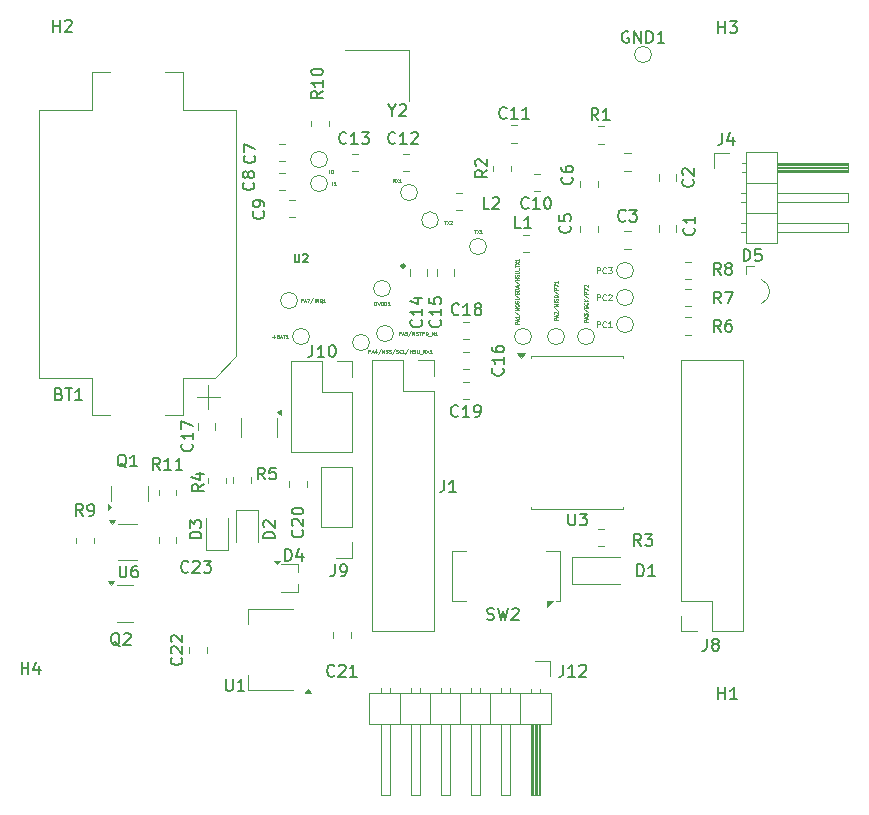
<source format=gbr>
%TF.GenerationSoftware,KiCad,Pcbnew,8.0.7*%
%TF.CreationDate,2025-05-01T01:05:46-07:00*%
%TF.ProjectId,salp_board,73616c70-5f62-46f6-9172-642e6b696361,rev?*%
%TF.SameCoordinates,Original*%
%TF.FileFunction,Legend,Top*%
%TF.FilePolarity,Positive*%
%FSLAX46Y46*%
G04 Gerber Fmt 4.6, Leading zero omitted, Abs format (unit mm)*
G04 Created by KiCad (PCBNEW 8.0.7) date 2025-05-01 01:05:46*
%MOMM*%
%LPD*%
G01*
G04 APERTURE LIST*
%ADD10C,0.150000*%
%ADD11C,0.075000*%
%ADD12C,0.125000*%
%ADD13C,0.120000*%
%ADD14C,0.254000*%
G04 APERTURE END LIST*
D10*
X194033333Y-78354819D02*
X193700000Y-77878628D01*
X193461905Y-78354819D02*
X193461905Y-77354819D01*
X193461905Y-77354819D02*
X193842857Y-77354819D01*
X193842857Y-77354819D02*
X193938095Y-77402438D01*
X193938095Y-77402438D02*
X193985714Y-77450057D01*
X193985714Y-77450057D02*
X194033333Y-77545295D01*
X194033333Y-77545295D02*
X194033333Y-77688152D01*
X194033333Y-77688152D02*
X193985714Y-77783390D01*
X193985714Y-77783390D02*
X193938095Y-77831009D01*
X193938095Y-77831009D02*
X193842857Y-77878628D01*
X193842857Y-77878628D02*
X193461905Y-77878628D01*
X194604762Y-77783390D02*
X194509524Y-77735771D01*
X194509524Y-77735771D02*
X194461905Y-77688152D01*
X194461905Y-77688152D02*
X194414286Y-77592914D01*
X194414286Y-77592914D02*
X194414286Y-77545295D01*
X194414286Y-77545295D02*
X194461905Y-77450057D01*
X194461905Y-77450057D02*
X194509524Y-77402438D01*
X194509524Y-77402438D02*
X194604762Y-77354819D01*
X194604762Y-77354819D02*
X194795238Y-77354819D01*
X194795238Y-77354819D02*
X194890476Y-77402438D01*
X194890476Y-77402438D02*
X194938095Y-77450057D01*
X194938095Y-77450057D02*
X194985714Y-77545295D01*
X194985714Y-77545295D02*
X194985714Y-77592914D01*
X194985714Y-77592914D02*
X194938095Y-77688152D01*
X194938095Y-77688152D02*
X194890476Y-77735771D01*
X194890476Y-77735771D02*
X194795238Y-77783390D01*
X194795238Y-77783390D02*
X194604762Y-77783390D01*
X194604762Y-77783390D02*
X194509524Y-77831009D01*
X194509524Y-77831009D02*
X194461905Y-77878628D01*
X194461905Y-77878628D02*
X194414286Y-77973866D01*
X194414286Y-77973866D02*
X194414286Y-78164342D01*
X194414286Y-78164342D02*
X194461905Y-78259580D01*
X194461905Y-78259580D02*
X194509524Y-78307200D01*
X194509524Y-78307200D02*
X194604762Y-78354819D01*
X194604762Y-78354819D02*
X194795238Y-78354819D01*
X194795238Y-78354819D02*
X194890476Y-78307200D01*
X194890476Y-78307200D02*
X194938095Y-78259580D01*
X194938095Y-78259580D02*
X194985714Y-78164342D01*
X194985714Y-78164342D02*
X194985714Y-77973866D01*
X194985714Y-77973866D02*
X194938095Y-77878628D01*
X194938095Y-77878628D02*
X194890476Y-77831009D01*
X194890476Y-77831009D02*
X194795238Y-77783390D01*
X152138095Y-112554819D02*
X152138095Y-113364342D01*
X152138095Y-113364342D02*
X152185714Y-113459580D01*
X152185714Y-113459580D02*
X152233333Y-113507200D01*
X152233333Y-113507200D02*
X152328571Y-113554819D01*
X152328571Y-113554819D02*
X152519047Y-113554819D01*
X152519047Y-113554819D02*
X152614285Y-113507200D01*
X152614285Y-113507200D02*
X152661904Y-113459580D01*
X152661904Y-113459580D02*
X152709523Y-113364342D01*
X152709523Y-113364342D02*
X152709523Y-112554819D01*
X153709523Y-113554819D02*
X153138095Y-113554819D01*
X153423809Y-113554819D02*
X153423809Y-112554819D01*
X153423809Y-112554819D02*
X153328571Y-112697676D01*
X153328571Y-112697676D02*
X153233333Y-112792914D01*
X153233333Y-112792914D02*
X153138095Y-112840533D01*
X186213904Y-57744438D02*
X186118666Y-57696819D01*
X186118666Y-57696819D02*
X185975809Y-57696819D01*
X185975809Y-57696819D02*
X185832952Y-57744438D01*
X185832952Y-57744438D02*
X185737714Y-57839676D01*
X185737714Y-57839676D02*
X185690095Y-57934914D01*
X185690095Y-57934914D02*
X185642476Y-58125390D01*
X185642476Y-58125390D02*
X185642476Y-58268247D01*
X185642476Y-58268247D02*
X185690095Y-58458723D01*
X185690095Y-58458723D02*
X185737714Y-58553961D01*
X185737714Y-58553961D02*
X185832952Y-58649200D01*
X185832952Y-58649200D02*
X185975809Y-58696819D01*
X185975809Y-58696819D02*
X186071047Y-58696819D01*
X186071047Y-58696819D02*
X186213904Y-58649200D01*
X186213904Y-58649200D02*
X186261523Y-58601580D01*
X186261523Y-58601580D02*
X186261523Y-58268247D01*
X186261523Y-58268247D02*
X186071047Y-58268247D01*
X186690095Y-58696819D02*
X186690095Y-57696819D01*
X186690095Y-57696819D02*
X187261523Y-58696819D01*
X187261523Y-58696819D02*
X187261523Y-57696819D01*
X187737714Y-58696819D02*
X187737714Y-57696819D01*
X187737714Y-57696819D02*
X187975809Y-57696819D01*
X187975809Y-57696819D02*
X188118666Y-57744438D01*
X188118666Y-57744438D02*
X188213904Y-57839676D01*
X188213904Y-57839676D02*
X188261523Y-57934914D01*
X188261523Y-57934914D02*
X188309142Y-58125390D01*
X188309142Y-58125390D02*
X188309142Y-58268247D01*
X188309142Y-58268247D02*
X188261523Y-58458723D01*
X188261523Y-58458723D02*
X188213904Y-58553961D01*
X188213904Y-58553961D02*
X188118666Y-58649200D01*
X188118666Y-58649200D02*
X187975809Y-58696819D01*
X187975809Y-58696819D02*
X187737714Y-58696819D01*
X189261523Y-58696819D02*
X188690095Y-58696819D01*
X188975809Y-58696819D02*
X188975809Y-57696819D01*
X188975809Y-57696819D02*
X188880571Y-57839676D01*
X188880571Y-57839676D02*
X188785333Y-57934914D01*
X188785333Y-57934914D02*
X188690095Y-57982533D01*
X194033333Y-80754819D02*
X193700000Y-80278628D01*
X193461905Y-80754819D02*
X193461905Y-79754819D01*
X193461905Y-79754819D02*
X193842857Y-79754819D01*
X193842857Y-79754819D02*
X193938095Y-79802438D01*
X193938095Y-79802438D02*
X193985714Y-79850057D01*
X193985714Y-79850057D02*
X194033333Y-79945295D01*
X194033333Y-79945295D02*
X194033333Y-80088152D01*
X194033333Y-80088152D02*
X193985714Y-80183390D01*
X193985714Y-80183390D02*
X193938095Y-80231009D01*
X193938095Y-80231009D02*
X193842857Y-80278628D01*
X193842857Y-80278628D02*
X193461905Y-80278628D01*
X194366667Y-79754819D02*
X195033333Y-79754819D01*
X195033333Y-79754819D02*
X194604762Y-80754819D01*
D11*
X164704000Y-80906885D02*
X164704000Y-80606885D01*
X164704000Y-80606885D02*
X164775429Y-80606885D01*
X164775429Y-80606885D02*
X164818286Y-80621171D01*
X164818286Y-80621171D02*
X164846857Y-80649742D01*
X164846857Y-80649742D02*
X164861143Y-80678314D01*
X164861143Y-80678314D02*
X164875429Y-80735457D01*
X164875429Y-80735457D02*
X164875429Y-80778314D01*
X164875429Y-80778314D02*
X164861143Y-80835457D01*
X164861143Y-80835457D02*
X164846857Y-80864028D01*
X164846857Y-80864028D02*
X164818286Y-80892600D01*
X164818286Y-80892600D02*
X164775429Y-80906885D01*
X164775429Y-80906885D02*
X164704000Y-80906885D01*
X164961143Y-80606885D02*
X165061143Y-80906885D01*
X165061143Y-80906885D02*
X165161143Y-80606885D01*
X165261143Y-80906885D02*
X165261143Y-80606885D01*
X165261143Y-80606885D02*
X165332572Y-80606885D01*
X165332572Y-80606885D02*
X165375429Y-80621171D01*
X165375429Y-80621171D02*
X165404000Y-80649742D01*
X165404000Y-80649742D02*
X165418286Y-80678314D01*
X165418286Y-80678314D02*
X165432572Y-80735457D01*
X165432572Y-80735457D02*
X165432572Y-80778314D01*
X165432572Y-80778314D02*
X165418286Y-80835457D01*
X165418286Y-80835457D02*
X165404000Y-80864028D01*
X165404000Y-80864028D02*
X165375429Y-80892600D01*
X165375429Y-80892600D02*
X165332572Y-80906885D01*
X165332572Y-80906885D02*
X165261143Y-80906885D01*
X165561143Y-80906885D02*
X165561143Y-80606885D01*
X165561143Y-80606885D02*
X165632572Y-80606885D01*
X165632572Y-80606885D02*
X165675429Y-80621171D01*
X165675429Y-80621171D02*
X165704000Y-80649742D01*
X165704000Y-80649742D02*
X165718286Y-80678314D01*
X165718286Y-80678314D02*
X165732572Y-80735457D01*
X165732572Y-80735457D02*
X165732572Y-80778314D01*
X165732572Y-80778314D02*
X165718286Y-80835457D01*
X165718286Y-80835457D02*
X165704000Y-80864028D01*
X165704000Y-80864028D02*
X165675429Y-80892600D01*
X165675429Y-80892600D02*
X165632572Y-80906885D01*
X165632572Y-80906885D02*
X165561143Y-80906885D01*
X166018286Y-80906885D02*
X165846857Y-80906885D01*
X165932572Y-80906885D02*
X165932572Y-80606885D01*
X165932572Y-80606885D02*
X165904000Y-80649742D01*
X165904000Y-80649742D02*
X165875429Y-80678314D01*
X165875429Y-80678314D02*
X165846857Y-80692600D01*
D10*
X177125333Y-74368819D02*
X176649143Y-74368819D01*
X176649143Y-74368819D02*
X176649143Y-73368819D01*
X177982476Y-74368819D02*
X177411048Y-74368819D01*
X177696762Y-74368819D02*
X177696762Y-73368819D01*
X177696762Y-73368819D02*
X177601524Y-73511676D01*
X177601524Y-73511676D02*
X177506286Y-73606914D01*
X177506286Y-73606914D02*
X177411048Y-73654533D01*
X177757142Y-72659580D02*
X177709523Y-72707200D01*
X177709523Y-72707200D02*
X177566666Y-72754819D01*
X177566666Y-72754819D02*
X177471428Y-72754819D01*
X177471428Y-72754819D02*
X177328571Y-72707200D01*
X177328571Y-72707200D02*
X177233333Y-72611961D01*
X177233333Y-72611961D02*
X177185714Y-72516723D01*
X177185714Y-72516723D02*
X177138095Y-72326247D01*
X177138095Y-72326247D02*
X177138095Y-72183390D01*
X177138095Y-72183390D02*
X177185714Y-71992914D01*
X177185714Y-71992914D02*
X177233333Y-71897676D01*
X177233333Y-71897676D02*
X177328571Y-71802438D01*
X177328571Y-71802438D02*
X177471428Y-71754819D01*
X177471428Y-71754819D02*
X177566666Y-71754819D01*
X177566666Y-71754819D02*
X177709523Y-71802438D01*
X177709523Y-71802438D02*
X177757142Y-71850057D01*
X178709523Y-72754819D02*
X178138095Y-72754819D01*
X178423809Y-72754819D02*
X178423809Y-71754819D01*
X178423809Y-71754819D02*
X178328571Y-71897676D01*
X178328571Y-71897676D02*
X178233333Y-71992914D01*
X178233333Y-71992914D02*
X178138095Y-72040533D01*
X179328571Y-71754819D02*
X179423809Y-71754819D01*
X179423809Y-71754819D02*
X179519047Y-71802438D01*
X179519047Y-71802438D02*
X179566666Y-71850057D01*
X179566666Y-71850057D02*
X179614285Y-71945295D01*
X179614285Y-71945295D02*
X179661904Y-72135771D01*
X179661904Y-72135771D02*
X179661904Y-72373866D01*
X179661904Y-72373866D02*
X179614285Y-72564342D01*
X179614285Y-72564342D02*
X179566666Y-72659580D01*
X179566666Y-72659580D02*
X179519047Y-72707200D01*
X179519047Y-72707200D02*
X179423809Y-72754819D01*
X179423809Y-72754819D02*
X179328571Y-72754819D01*
X179328571Y-72754819D02*
X179233333Y-72707200D01*
X179233333Y-72707200D02*
X179185714Y-72659580D01*
X179185714Y-72659580D02*
X179138095Y-72564342D01*
X179138095Y-72564342D02*
X179090476Y-72373866D01*
X179090476Y-72373866D02*
X179090476Y-72135771D01*
X179090476Y-72135771D02*
X179138095Y-71945295D01*
X179138095Y-71945295D02*
X179185714Y-71850057D01*
X179185714Y-71850057D02*
X179233333Y-71802438D01*
X179233333Y-71802438D02*
X179328571Y-71754819D01*
X149259580Y-92642857D02*
X149307200Y-92690476D01*
X149307200Y-92690476D02*
X149354819Y-92833333D01*
X149354819Y-92833333D02*
X149354819Y-92928571D01*
X149354819Y-92928571D02*
X149307200Y-93071428D01*
X149307200Y-93071428D02*
X149211961Y-93166666D01*
X149211961Y-93166666D02*
X149116723Y-93214285D01*
X149116723Y-93214285D02*
X148926247Y-93261904D01*
X148926247Y-93261904D02*
X148783390Y-93261904D01*
X148783390Y-93261904D02*
X148592914Y-93214285D01*
X148592914Y-93214285D02*
X148497676Y-93166666D01*
X148497676Y-93166666D02*
X148402438Y-93071428D01*
X148402438Y-93071428D02*
X148354819Y-92928571D01*
X148354819Y-92928571D02*
X148354819Y-92833333D01*
X148354819Y-92833333D02*
X148402438Y-92690476D01*
X148402438Y-92690476D02*
X148450057Y-92642857D01*
X149354819Y-91690476D02*
X149354819Y-92261904D01*
X149354819Y-91976190D02*
X148354819Y-91976190D01*
X148354819Y-91976190D02*
X148497676Y-92071428D01*
X148497676Y-92071428D02*
X148592914Y-92166666D01*
X148592914Y-92166666D02*
X148640533Y-92261904D01*
X148354819Y-91357142D02*
X148354819Y-90690476D01*
X148354819Y-90690476D02*
X149354819Y-91119047D01*
X159464476Y-84290819D02*
X159464476Y-85005104D01*
X159464476Y-85005104D02*
X159416857Y-85147961D01*
X159416857Y-85147961D02*
X159321619Y-85243200D01*
X159321619Y-85243200D02*
X159178762Y-85290819D01*
X159178762Y-85290819D02*
X159083524Y-85290819D01*
X160464476Y-85290819D02*
X159893048Y-85290819D01*
X160178762Y-85290819D02*
X160178762Y-84290819D01*
X160178762Y-84290819D02*
X160083524Y-84433676D01*
X160083524Y-84433676D02*
X159988286Y-84528914D01*
X159988286Y-84528914D02*
X159893048Y-84576533D01*
X161083524Y-84290819D02*
X161178762Y-84290819D01*
X161178762Y-84290819D02*
X161274000Y-84338438D01*
X161274000Y-84338438D02*
X161321619Y-84386057D01*
X161321619Y-84386057D02*
X161369238Y-84481295D01*
X161369238Y-84481295D02*
X161416857Y-84671771D01*
X161416857Y-84671771D02*
X161416857Y-84909866D01*
X161416857Y-84909866D02*
X161369238Y-85100342D01*
X161369238Y-85100342D02*
X161321619Y-85195580D01*
X161321619Y-85195580D02*
X161274000Y-85243200D01*
X161274000Y-85243200D02*
X161178762Y-85290819D01*
X161178762Y-85290819D02*
X161083524Y-85290819D01*
X161083524Y-85290819D02*
X160988286Y-85243200D01*
X160988286Y-85243200D02*
X160940667Y-85195580D01*
X160940667Y-85195580D02*
X160893048Y-85100342D01*
X160893048Y-85100342D02*
X160845429Y-84909866D01*
X160845429Y-84909866D02*
X160845429Y-84671771D01*
X160845429Y-84671771D02*
X160893048Y-84481295D01*
X160893048Y-84481295D02*
X160940667Y-84386057D01*
X160940667Y-84386057D02*
X160988286Y-84338438D01*
X160988286Y-84338438D02*
X161083524Y-84290819D01*
X180690476Y-111354819D02*
X180690476Y-112069104D01*
X180690476Y-112069104D02*
X180642857Y-112211961D01*
X180642857Y-112211961D02*
X180547619Y-112307200D01*
X180547619Y-112307200D02*
X180404762Y-112354819D01*
X180404762Y-112354819D02*
X180309524Y-112354819D01*
X181690476Y-112354819D02*
X181119048Y-112354819D01*
X181404762Y-112354819D02*
X181404762Y-111354819D01*
X181404762Y-111354819D02*
X181309524Y-111497676D01*
X181309524Y-111497676D02*
X181214286Y-111592914D01*
X181214286Y-111592914D02*
X181119048Y-111640533D01*
X182071429Y-111450057D02*
X182119048Y-111402438D01*
X182119048Y-111402438D02*
X182214286Y-111354819D01*
X182214286Y-111354819D02*
X182452381Y-111354819D01*
X182452381Y-111354819D02*
X182547619Y-111402438D01*
X182547619Y-111402438D02*
X182595238Y-111450057D01*
X182595238Y-111450057D02*
X182642857Y-111545295D01*
X182642857Y-111545295D02*
X182642857Y-111640533D01*
X182642857Y-111640533D02*
X182595238Y-111783390D01*
X182595238Y-111783390D02*
X182023810Y-112354819D01*
X182023810Y-112354819D02*
X182642857Y-112354819D01*
X175559580Y-86242857D02*
X175607200Y-86290476D01*
X175607200Y-86290476D02*
X175654819Y-86433333D01*
X175654819Y-86433333D02*
X175654819Y-86528571D01*
X175654819Y-86528571D02*
X175607200Y-86671428D01*
X175607200Y-86671428D02*
X175511961Y-86766666D01*
X175511961Y-86766666D02*
X175416723Y-86814285D01*
X175416723Y-86814285D02*
X175226247Y-86861904D01*
X175226247Y-86861904D02*
X175083390Y-86861904D01*
X175083390Y-86861904D02*
X174892914Y-86814285D01*
X174892914Y-86814285D02*
X174797676Y-86766666D01*
X174797676Y-86766666D02*
X174702438Y-86671428D01*
X174702438Y-86671428D02*
X174654819Y-86528571D01*
X174654819Y-86528571D02*
X174654819Y-86433333D01*
X174654819Y-86433333D02*
X174702438Y-86290476D01*
X174702438Y-86290476D02*
X174750057Y-86242857D01*
X175654819Y-85290476D02*
X175654819Y-85861904D01*
X175654819Y-85576190D02*
X174654819Y-85576190D01*
X174654819Y-85576190D02*
X174797676Y-85671428D01*
X174797676Y-85671428D02*
X174892914Y-85766666D01*
X174892914Y-85766666D02*
X174940533Y-85861904D01*
X174654819Y-84433333D02*
X174654819Y-84623809D01*
X174654819Y-84623809D02*
X174702438Y-84719047D01*
X174702438Y-84719047D02*
X174750057Y-84766666D01*
X174750057Y-84766666D02*
X174892914Y-84861904D01*
X174892914Y-84861904D02*
X175083390Y-84909523D01*
X175083390Y-84909523D02*
X175464342Y-84909523D01*
X175464342Y-84909523D02*
X175559580Y-84861904D01*
X175559580Y-84861904D02*
X175607200Y-84814285D01*
X175607200Y-84814285D02*
X175654819Y-84719047D01*
X175654819Y-84719047D02*
X175654819Y-84528571D01*
X175654819Y-84528571D02*
X175607200Y-84433333D01*
X175607200Y-84433333D02*
X175559580Y-84385714D01*
X175559580Y-84385714D02*
X175464342Y-84338095D01*
X175464342Y-84338095D02*
X175226247Y-84338095D01*
X175226247Y-84338095D02*
X175131009Y-84385714D01*
X175131009Y-84385714D02*
X175083390Y-84433333D01*
X175083390Y-84433333D02*
X175035771Y-84528571D01*
X175035771Y-84528571D02*
X175035771Y-84719047D01*
X175035771Y-84719047D02*
X175083390Y-84814285D01*
X175083390Y-84814285D02*
X175131009Y-84861904D01*
X175131009Y-84861904D02*
X175226247Y-84909523D01*
D12*
X183530952Y-82774809D02*
X183530952Y-82274809D01*
X183530952Y-82274809D02*
X183721428Y-82274809D01*
X183721428Y-82274809D02*
X183769047Y-82298619D01*
X183769047Y-82298619D02*
X183792857Y-82322428D01*
X183792857Y-82322428D02*
X183816666Y-82370047D01*
X183816666Y-82370047D02*
X183816666Y-82441476D01*
X183816666Y-82441476D02*
X183792857Y-82489095D01*
X183792857Y-82489095D02*
X183769047Y-82512904D01*
X183769047Y-82512904D02*
X183721428Y-82536714D01*
X183721428Y-82536714D02*
X183530952Y-82536714D01*
X184316666Y-82727190D02*
X184292857Y-82751000D01*
X184292857Y-82751000D02*
X184221428Y-82774809D01*
X184221428Y-82774809D02*
X184173809Y-82774809D01*
X184173809Y-82774809D02*
X184102381Y-82751000D01*
X184102381Y-82751000D02*
X184054762Y-82703380D01*
X184054762Y-82703380D02*
X184030952Y-82655761D01*
X184030952Y-82655761D02*
X184007143Y-82560523D01*
X184007143Y-82560523D02*
X184007143Y-82489095D01*
X184007143Y-82489095D02*
X184030952Y-82393857D01*
X184030952Y-82393857D02*
X184054762Y-82346238D01*
X184054762Y-82346238D02*
X184102381Y-82298619D01*
X184102381Y-82298619D02*
X184173809Y-82274809D01*
X184173809Y-82274809D02*
X184221428Y-82274809D01*
X184221428Y-82274809D02*
X184292857Y-82298619D01*
X184292857Y-82298619D02*
X184316666Y-82322428D01*
X184792857Y-82774809D02*
X184507143Y-82774809D01*
X184650000Y-82774809D02*
X184650000Y-82274809D01*
X184650000Y-82274809D02*
X184602381Y-82346238D01*
X184602381Y-82346238D02*
X184554762Y-82393857D01*
X184554762Y-82393857D02*
X184507143Y-82417666D01*
D10*
X148957142Y-103459580D02*
X148909523Y-103507200D01*
X148909523Y-103507200D02*
X148766666Y-103554819D01*
X148766666Y-103554819D02*
X148671428Y-103554819D01*
X148671428Y-103554819D02*
X148528571Y-103507200D01*
X148528571Y-103507200D02*
X148433333Y-103411961D01*
X148433333Y-103411961D02*
X148385714Y-103316723D01*
X148385714Y-103316723D02*
X148338095Y-103126247D01*
X148338095Y-103126247D02*
X148338095Y-102983390D01*
X148338095Y-102983390D02*
X148385714Y-102792914D01*
X148385714Y-102792914D02*
X148433333Y-102697676D01*
X148433333Y-102697676D02*
X148528571Y-102602438D01*
X148528571Y-102602438D02*
X148671428Y-102554819D01*
X148671428Y-102554819D02*
X148766666Y-102554819D01*
X148766666Y-102554819D02*
X148909523Y-102602438D01*
X148909523Y-102602438D02*
X148957142Y-102650057D01*
X149338095Y-102650057D02*
X149385714Y-102602438D01*
X149385714Y-102602438D02*
X149480952Y-102554819D01*
X149480952Y-102554819D02*
X149719047Y-102554819D01*
X149719047Y-102554819D02*
X149814285Y-102602438D01*
X149814285Y-102602438D02*
X149861904Y-102650057D01*
X149861904Y-102650057D02*
X149909523Y-102745295D01*
X149909523Y-102745295D02*
X149909523Y-102840533D01*
X149909523Y-102840533D02*
X149861904Y-102983390D01*
X149861904Y-102983390D02*
X149290476Y-103554819D01*
X149290476Y-103554819D02*
X149909523Y-103554819D01*
X150242857Y-102554819D02*
X150861904Y-102554819D01*
X150861904Y-102554819D02*
X150528571Y-102935771D01*
X150528571Y-102935771D02*
X150671428Y-102935771D01*
X150671428Y-102935771D02*
X150766666Y-102983390D01*
X150766666Y-102983390D02*
X150814285Y-103031009D01*
X150814285Y-103031009D02*
X150861904Y-103126247D01*
X150861904Y-103126247D02*
X150861904Y-103364342D01*
X150861904Y-103364342D02*
X150814285Y-103459580D01*
X150814285Y-103459580D02*
X150766666Y-103507200D01*
X150766666Y-103507200D02*
X150671428Y-103554819D01*
X150671428Y-103554819D02*
X150385714Y-103554819D01*
X150385714Y-103554819D02*
X150290476Y-103507200D01*
X150290476Y-103507200D02*
X150242857Y-103459580D01*
X174261667Y-107507200D02*
X174404524Y-107554819D01*
X174404524Y-107554819D02*
X174642619Y-107554819D01*
X174642619Y-107554819D02*
X174737857Y-107507200D01*
X174737857Y-107507200D02*
X174785476Y-107459580D01*
X174785476Y-107459580D02*
X174833095Y-107364342D01*
X174833095Y-107364342D02*
X174833095Y-107269104D01*
X174833095Y-107269104D02*
X174785476Y-107173866D01*
X174785476Y-107173866D02*
X174737857Y-107126247D01*
X174737857Y-107126247D02*
X174642619Y-107078628D01*
X174642619Y-107078628D02*
X174452143Y-107031009D01*
X174452143Y-107031009D02*
X174356905Y-106983390D01*
X174356905Y-106983390D02*
X174309286Y-106935771D01*
X174309286Y-106935771D02*
X174261667Y-106840533D01*
X174261667Y-106840533D02*
X174261667Y-106745295D01*
X174261667Y-106745295D02*
X174309286Y-106650057D01*
X174309286Y-106650057D02*
X174356905Y-106602438D01*
X174356905Y-106602438D02*
X174452143Y-106554819D01*
X174452143Y-106554819D02*
X174690238Y-106554819D01*
X174690238Y-106554819D02*
X174833095Y-106602438D01*
X175166429Y-106554819D02*
X175404524Y-107554819D01*
X175404524Y-107554819D02*
X175595000Y-106840533D01*
X175595000Y-106840533D02*
X175785476Y-107554819D01*
X175785476Y-107554819D02*
X176023572Y-106554819D01*
X176356905Y-106650057D02*
X176404524Y-106602438D01*
X176404524Y-106602438D02*
X176499762Y-106554819D01*
X176499762Y-106554819D02*
X176737857Y-106554819D01*
X176737857Y-106554819D02*
X176833095Y-106602438D01*
X176833095Y-106602438D02*
X176880714Y-106650057D01*
X176880714Y-106650057D02*
X176928333Y-106745295D01*
X176928333Y-106745295D02*
X176928333Y-106840533D01*
X176928333Y-106840533D02*
X176880714Y-106983390D01*
X176880714Y-106983390D02*
X176309286Y-107554819D01*
X176309286Y-107554819D02*
X176928333Y-107554819D01*
X192866666Y-109154819D02*
X192866666Y-109869104D01*
X192866666Y-109869104D02*
X192819047Y-110011961D01*
X192819047Y-110011961D02*
X192723809Y-110107200D01*
X192723809Y-110107200D02*
X192580952Y-110154819D01*
X192580952Y-110154819D02*
X192485714Y-110154819D01*
X193485714Y-109583390D02*
X193390476Y-109535771D01*
X193390476Y-109535771D02*
X193342857Y-109488152D01*
X193342857Y-109488152D02*
X193295238Y-109392914D01*
X193295238Y-109392914D02*
X193295238Y-109345295D01*
X193295238Y-109345295D02*
X193342857Y-109250057D01*
X193342857Y-109250057D02*
X193390476Y-109202438D01*
X193390476Y-109202438D02*
X193485714Y-109154819D01*
X193485714Y-109154819D02*
X193676190Y-109154819D01*
X193676190Y-109154819D02*
X193771428Y-109202438D01*
X193771428Y-109202438D02*
X193819047Y-109250057D01*
X193819047Y-109250057D02*
X193866666Y-109345295D01*
X193866666Y-109345295D02*
X193866666Y-109392914D01*
X193866666Y-109392914D02*
X193819047Y-109488152D01*
X193819047Y-109488152D02*
X193771428Y-109535771D01*
X193771428Y-109535771D02*
X193676190Y-109583390D01*
X193676190Y-109583390D02*
X193485714Y-109583390D01*
X193485714Y-109583390D02*
X193390476Y-109631009D01*
X193390476Y-109631009D02*
X193342857Y-109678628D01*
X193342857Y-109678628D02*
X193295238Y-109773866D01*
X193295238Y-109773866D02*
X193295238Y-109964342D01*
X193295238Y-109964342D02*
X193342857Y-110059580D01*
X193342857Y-110059580D02*
X193390476Y-110107200D01*
X193390476Y-110107200D02*
X193485714Y-110154819D01*
X193485714Y-110154819D02*
X193676190Y-110154819D01*
X193676190Y-110154819D02*
X193771428Y-110107200D01*
X193771428Y-110107200D02*
X193819047Y-110059580D01*
X193819047Y-110059580D02*
X193866666Y-109964342D01*
X193866666Y-109964342D02*
X193866666Y-109773866D01*
X193866666Y-109773866D02*
X193819047Y-109678628D01*
X193819047Y-109678628D02*
X193771428Y-109631009D01*
X193771428Y-109631009D02*
X193676190Y-109583390D01*
X137538095Y-57754819D02*
X137538095Y-56754819D01*
X137538095Y-57231009D02*
X138109523Y-57231009D01*
X138109523Y-57754819D02*
X138109523Y-56754819D01*
X138538095Y-56850057D02*
X138585714Y-56802438D01*
X138585714Y-56802438D02*
X138680952Y-56754819D01*
X138680952Y-56754819D02*
X138919047Y-56754819D01*
X138919047Y-56754819D02*
X139014285Y-56802438D01*
X139014285Y-56802438D02*
X139061904Y-56850057D01*
X139061904Y-56850057D02*
X139109523Y-56945295D01*
X139109523Y-56945295D02*
X139109523Y-57040533D01*
X139109523Y-57040533D02*
X139061904Y-57183390D01*
X139061904Y-57183390D02*
X138490476Y-57754819D01*
X138490476Y-57754819D02*
X139109523Y-57754819D01*
X155299580Y-72966666D02*
X155347200Y-73014285D01*
X155347200Y-73014285D02*
X155394819Y-73157142D01*
X155394819Y-73157142D02*
X155394819Y-73252380D01*
X155394819Y-73252380D02*
X155347200Y-73395237D01*
X155347200Y-73395237D02*
X155251961Y-73490475D01*
X155251961Y-73490475D02*
X155156723Y-73538094D01*
X155156723Y-73538094D02*
X154966247Y-73585713D01*
X154966247Y-73585713D02*
X154823390Y-73585713D01*
X154823390Y-73585713D02*
X154632914Y-73538094D01*
X154632914Y-73538094D02*
X154537676Y-73490475D01*
X154537676Y-73490475D02*
X154442438Y-73395237D01*
X154442438Y-73395237D02*
X154394819Y-73252380D01*
X154394819Y-73252380D02*
X154394819Y-73157142D01*
X154394819Y-73157142D02*
X154442438Y-73014285D01*
X154442438Y-73014285D02*
X154490057Y-72966666D01*
X155394819Y-72490475D02*
X155394819Y-72299999D01*
X155394819Y-72299999D02*
X155347200Y-72204761D01*
X155347200Y-72204761D02*
X155299580Y-72157142D01*
X155299580Y-72157142D02*
X155156723Y-72061904D01*
X155156723Y-72061904D02*
X154966247Y-72014285D01*
X154966247Y-72014285D02*
X154585295Y-72014285D01*
X154585295Y-72014285D02*
X154490057Y-72061904D01*
X154490057Y-72061904D02*
X154442438Y-72109523D01*
X154442438Y-72109523D02*
X154394819Y-72204761D01*
X154394819Y-72204761D02*
X154394819Y-72395237D01*
X154394819Y-72395237D02*
X154442438Y-72490475D01*
X154442438Y-72490475D02*
X154490057Y-72538094D01*
X154490057Y-72538094D02*
X154585295Y-72585713D01*
X154585295Y-72585713D02*
X154823390Y-72585713D01*
X154823390Y-72585713D02*
X154918628Y-72538094D01*
X154918628Y-72538094D02*
X154966247Y-72490475D01*
X154966247Y-72490475D02*
X155013866Y-72395237D01*
X155013866Y-72395237D02*
X155013866Y-72204761D01*
X155013866Y-72204761D02*
X154966247Y-72109523D01*
X154966247Y-72109523D02*
X154918628Y-72061904D01*
X154918628Y-72061904D02*
X154823390Y-72014285D01*
X156283819Y-100655094D02*
X155283819Y-100655094D01*
X155283819Y-100655094D02*
X155283819Y-100416999D01*
X155283819Y-100416999D02*
X155331438Y-100274142D01*
X155331438Y-100274142D02*
X155426676Y-100178904D01*
X155426676Y-100178904D02*
X155521914Y-100131285D01*
X155521914Y-100131285D02*
X155712390Y-100083666D01*
X155712390Y-100083666D02*
X155855247Y-100083666D01*
X155855247Y-100083666D02*
X156045723Y-100131285D01*
X156045723Y-100131285D02*
X156140961Y-100178904D01*
X156140961Y-100178904D02*
X156236200Y-100274142D01*
X156236200Y-100274142D02*
X156283819Y-100416999D01*
X156283819Y-100416999D02*
X156283819Y-100655094D01*
X155379057Y-99702713D02*
X155331438Y-99655094D01*
X155331438Y-99655094D02*
X155283819Y-99559856D01*
X155283819Y-99559856D02*
X155283819Y-99321761D01*
X155283819Y-99321761D02*
X155331438Y-99226523D01*
X155331438Y-99226523D02*
X155379057Y-99178904D01*
X155379057Y-99178904D02*
X155474295Y-99131285D01*
X155474295Y-99131285D02*
X155569533Y-99131285D01*
X155569533Y-99131285D02*
X155712390Y-99178904D01*
X155712390Y-99178904D02*
X156283819Y-99750332D01*
X156283819Y-99750332D02*
X156283819Y-99131285D01*
X158601580Y-99956857D02*
X158649200Y-100004476D01*
X158649200Y-100004476D02*
X158696819Y-100147333D01*
X158696819Y-100147333D02*
X158696819Y-100242571D01*
X158696819Y-100242571D02*
X158649200Y-100385428D01*
X158649200Y-100385428D02*
X158553961Y-100480666D01*
X158553961Y-100480666D02*
X158458723Y-100528285D01*
X158458723Y-100528285D02*
X158268247Y-100575904D01*
X158268247Y-100575904D02*
X158125390Y-100575904D01*
X158125390Y-100575904D02*
X157934914Y-100528285D01*
X157934914Y-100528285D02*
X157839676Y-100480666D01*
X157839676Y-100480666D02*
X157744438Y-100385428D01*
X157744438Y-100385428D02*
X157696819Y-100242571D01*
X157696819Y-100242571D02*
X157696819Y-100147333D01*
X157696819Y-100147333D02*
X157744438Y-100004476D01*
X157744438Y-100004476D02*
X157792057Y-99956857D01*
X157792057Y-99575904D02*
X157744438Y-99528285D01*
X157744438Y-99528285D02*
X157696819Y-99433047D01*
X157696819Y-99433047D02*
X157696819Y-99194952D01*
X157696819Y-99194952D02*
X157744438Y-99099714D01*
X157744438Y-99099714D02*
X157792057Y-99052095D01*
X157792057Y-99052095D02*
X157887295Y-99004476D01*
X157887295Y-99004476D02*
X157982533Y-99004476D01*
X157982533Y-99004476D02*
X158125390Y-99052095D01*
X158125390Y-99052095D02*
X158696819Y-99623523D01*
X158696819Y-99623523D02*
X158696819Y-99004476D01*
X157696819Y-98385428D02*
X157696819Y-98290190D01*
X157696819Y-98290190D02*
X157744438Y-98194952D01*
X157744438Y-98194952D02*
X157792057Y-98147333D01*
X157792057Y-98147333D02*
X157887295Y-98099714D01*
X157887295Y-98099714D02*
X158077771Y-98052095D01*
X158077771Y-98052095D02*
X158315866Y-98052095D01*
X158315866Y-98052095D02*
X158506342Y-98099714D01*
X158506342Y-98099714D02*
X158601580Y-98147333D01*
X158601580Y-98147333D02*
X158649200Y-98194952D01*
X158649200Y-98194952D02*
X158696819Y-98290190D01*
X158696819Y-98290190D02*
X158696819Y-98385428D01*
X158696819Y-98385428D02*
X158649200Y-98480666D01*
X158649200Y-98480666D02*
X158601580Y-98528285D01*
X158601580Y-98528285D02*
X158506342Y-98575904D01*
X158506342Y-98575904D02*
X158315866Y-98623523D01*
X158315866Y-98623523D02*
X158077771Y-98623523D01*
X158077771Y-98623523D02*
X157887295Y-98575904D01*
X157887295Y-98575904D02*
X157792057Y-98528285D01*
X157792057Y-98528285D02*
X157744438Y-98480666D01*
X157744438Y-98480666D02*
X157696819Y-98385428D01*
X143138095Y-102949319D02*
X143138095Y-103758842D01*
X143138095Y-103758842D02*
X143185714Y-103854080D01*
X143185714Y-103854080D02*
X143233333Y-103901700D01*
X143233333Y-103901700D02*
X143328571Y-103949319D01*
X143328571Y-103949319D02*
X143519047Y-103949319D01*
X143519047Y-103949319D02*
X143614285Y-103901700D01*
X143614285Y-103901700D02*
X143661904Y-103854080D01*
X143661904Y-103854080D02*
X143709523Y-103758842D01*
X143709523Y-103758842D02*
X143709523Y-102949319D01*
X144614285Y-102949319D02*
X144423809Y-102949319D01*
X144423809Y-102949319D02*
X144328571Y-102996938D01*
X144328571Y-102996938D02*
X144280952Y-103044557D01*
X144280952Y-103044557D02*
X144185714Y-103187414D01*
X144185714Y-103187414D02*
X144138095Y-103377890D01*
X144138095Y-103377890D02*
X144138095Y-103758842D01*
X144138095Y-103758842D02*
X144185714Y-103854080D01*
X144185714Y-103854080D02*
X144233333Y-103901700D01*
X144233333Y-103901700D02*
X144328571Y-103949319D01*
X144328571Y-103949319D02*
X144519047Y-103949319D01*
X144519047Y-103949319D02*
X144614285Y-103901700D01*
X144614285Y-103901700D02*
X144661904Y-103854080D01*
X144661904Y-103854080D02*
X144709523Y-103758842D01*
X144709523Y-103758842D02*
X144709523Y-103520747D01*
X144709523Y-103520747D02*
X144661904Y-103425509D01*
X144661904Y-103425509D02*
X144614285Y-103377890D01*
X144614285Y-103377890D02*
X144519047Y-103330271D01*
X144519047Y-103330271D02*
X144328571Y-103330271D01*
X144328571Y-103330271D02*
X144233333Y-103377890D01*
X144233333Y-103377890D02*
X144185714Y-103425509D01*
X144185714Y-103425509D02*
X144138095Y-103520747D01*
X157142905Y-102549819D02*
X157142905Y-101549819D01*
X157142905Y-101549819D02*
X157381000Y-101549819D01*
X157381000Y-101549819D02*
X157523857Y-101597438D01*
X157523857Y-101597438D02*
X157619095Y-101692676D01*
X157619095Y-101692676D02*
X157666714Y-101787914D01*
X157666714Y-101787914D02*
X157714333Y-101978390D01*
X157714333Y-101978390D02*
X157714333Y-102121247D01*
X157714333Y-102121247D02*
X157666714Y-102311723D01*
X157666714Y-102311723D02*
X157619095Y-102406961D01*
X157619095Y-102406961D02*
X157523857Y-102502200D01*
X157523857Y-102502200D02*
X157381000Y-102549819D01*
X157381000Y-102549819D02*
X157142905Y-102549819D01*
X158571476Y-101883152D02*
X158571476Y-102549819D01*
X158333381Y-101502200D02*
X158095286Y-102216485D01*
X158095286Y-102216485D02*
X158714333Y-102216485D01*
D11*
X180220885Y-82160856D02*
X179920885Y-82160856D01*
X179920885Y-82160856D02*
X179920885Y-82046570D01*
X179920885Y-82046570D02*
X179935171Y-82017999D01*
X179935171Y-82017999D02*
X179949457Y-82003713D01*
X179949457Y-82003713D02*
X179978028Y-81989427D01*
X179978028Y-81989427D02*
X180020885Y-81989427D01*
X180020885Y-81989427D02*
X180049457Y-82003713D01*
X180049457Y-82003713D02*
X180063742Y-82017999D01*
X180063742Y-82017999D02*
X180078028Y-82046570D01*
X180078028Y-82046570D02*
X180078028Y-82160856D01*
X180135171Y-81875142D02*
X180135171Y-81732285D01*
X180220885Y-81903713D02*
X179920885Y-81803713D01*
X179920885Y-81803713D02*
X180220885Y-81703713D01*
X179949457Y-81617999D02*
X179935171Y-81603713D01*
X179935171Y-81603713D02*
X179920885Y-81575142D01*
X179920885Y-81575142D02*
X179920885Y-81503713D01*
X179920885Y-81503713D02*
X179935171Y-81475142D01*
X179935171Y-81475142D02*
X179949457Y-81460856D01*
X179949457Y-81460856D02*
X179978028Y-81446570D01*
X179978028Y-81446570D02*
X180006600Y-81446570D01*
X180006600Y-81446570D02*
X180049457Y-81460856D01*
X180049457Y-81460856D02*
X180220885Y-81632284D01*
X180220885Y-81632284D02*
X180220885Y-81446570D01*
X179906600Y-81103713D02*
X180292314Y-81360856D01*
X180220885Y-81003713D02*
X179920885Y-81003713D01*
X179920885Y-81003713D02*
X180135171Y-80903713D01*
X180135171Y-80903713D02*
X179920885Y-80803713D01*
X179920885Y-80803713D02*
X180220885Y-80803713D01*
X180220885Y-80660856D02*
X179920885Y-80660856D01*
X180206600Y-80532285D02*
X180220885Y-80489428D01*
X180220885Y-80489428D02*
X180220885Y-80417999D01*
X180220885Y-80417999D02*
X180206600Y-80389428D01*
X180206600Y-80389428D02*
X180192314Y-80375142D01*
X180192314Y-80375142D02*
X180163742Y-80360856D01*
X180163742Y-80360856D02*
X180135171Y-80360856D01*
X180135171Y-80360856D02*
X180106600Y-80375142D01*
X180106600Y-80375142D02*
X180092314Y-80389428D01*
X180092314Y-80389428D02*
X180078028Y-80417999D01*
X180078028Y-80417999D02*
X180063742Y-80475142D01*
X180063742Y-80475142D02*
X180049457Y-80503713D01*
X180049457Y-80503713D02*
X180035171Y-80517999D01*
X180035171Y-80517999D02*
X180006600Y-80532285D01*
X180006600Y-80532285D02*
X179978028Y-80532285D01*
X179978028Y-80532285D02*
X179949457Y-80517999D01*
X179949457Y-80517999D02*
X179935171Y-80503713D01*
X179935171Y-80503713D02*
X179920885Y-80475142D01*
X179920885Y-80475142D02*
X179920885Y-80403713D01*
X179920885Y-80403713D02*
X179935171Y-80360856D01*
X179920885Y-80175142D02*
X179920885Y-80117999D01*
X179920885Y-80117999D02*
X179935171Y-80089428D01*
X179935171Y-80089428D02*
X179963742Y-80060856D01*
X179963742Y-80060856D02*
X180020885Y-80046571D01*
X180020885Y-80046571D02*
X180120885Y-80046571D01*
X180120885Y-80046571D02*
X180178028Y-80060856D01*
X180178028Y-80060856D02*
X180206600Y-80089428D01*
X180206600Y-80089428D02*
X180220885Y-80117999D01*
X180220885Y-80117999D02*
X180220885Y-80175142D01*
X180220885Y-80175142D02*
X180206600Y-80203714D01*
X180206600Y-80203714D02*
X180178028Y-80232285D01*
X180178028Y-80232285D02*
X180120885Y-80246571D01*
X180120885Y-80246571D02*
X180020885Y-80246571D01*
X180020885Y-80246571D02*
X179963742Y-80232285D01*
X179963742Y-80232285D02*
X179935171Y-80203714D01*
X179935171Y-80203714D02*
X179920885Y-80175142D01*
X179906600Y-79703713D02*
X180292314Y-79960856D01*
X180220885Y-79603713D02*
X179920885Y-79603713D01*
X179920885Y-79603713D02*
X179920885Y-79489427D01*
X179920885Y-79489427D02*
X179935171Y-79460856D01*
X179935171Y-79460856D02*
X179949457Y-79446570D01*
X179949457Y-79446570D02*
X179978028Y-79432284D01*
X179978028Y-79432284D02*
X180020885Y-79432284D01*
X180020885Y-79432284D02*
X180049457Y-79446570D01*
X180049457Y-79446570D02*
X180063742Y-79460856D01*
X180063742Y-79460856D02*
X180078028Y-79489427D01*
X180078028Y-79489427D02*
X180078028Y-79603713D01*
X179920885Y-79332284D02*
X179920885Y-79132284D01*
X179920885Y-79132284D02*
X180220885Y-79260856D01*
X180220885Y-78860856D02*
X180220885Y-79032285D01*
X180220885Y-78946570D02*
X179920885Y-78946570D01*
X179920885Y-78946570D02*
X179963742Y-78975142D01*
X179963742Y-78975142D02*
X179992314Y-79003713D01*
X179992314Y-79003713D02*
X180006600Y-79032285D01*
X158483428Y-80652885D02*
X158483428Y-80352885D01*
X158483428Y-80352885D02*
X158597714Y-80352885D01*
X158597714Y-80352885D02*
X158626285Y-80367171D01*
X158626285Y-80367171D02*
X158640571Y-80381457D01*
X158640571Y-80381457D02*
X158654857Y-80410028D01*
X158654857Y-80410028D02*
X158654857Y-80452885D01*
X158654857Y-80452885D02*
X158640571Y-80481457D01*
X158640571Y-80481457D02*
X158626285Y-80495742D01*
X158626285Y-80495742D02*
X158597714Y-80510028D01*
X158597714Y-80510028D02*
X158483428Y-80510028D01*
X158769142Y-80567171D02*
X158912000Y-80567171D01*
X158740571Y-80652885D02*
X158840571Y-80352885D01*
X158840571Y-80352885D02*
X158940571Y-80652885D01*
X159012000Y-80352885D02*
X159212000Y-80352885D01*
X159212000Y-80352885D02*
X159083428Y-80652885D01*
X159540571Y-80338600D02*
X159283428Y-80724314D01*
X159640571Y-80652885D02*
X159640571Y-80352885D01*
X159954857Y-80652885D02*
X159854857Y-80510028D01*
X159783428Y-80652885D02*
X159783428Y-80352885D01*
X159783428Y-80352885D02*
X159897714Y-80352885D01*
X159897714Y-80352885D02*
X159926285Y-80367171D01*
X159926285Y-80367171D02*
X159940571Y-80381457D01*
X159940571Y-80381457D02*
X159954857Y-80410028D01*
X159954857Y-80410028D02*
X159954857Y-80452885D01*
X159954857Y-80452885D02*
X159940571Y-80481457D01*
X159940571Y-80481457D02*
X159926285Y-80495742D01*
X159926285Y-80495742D02*
X159897714Y-80510028D01*
X159897714Y-80510028D02*
X159783428Y-80510028D01*
X160283428Y-80681457D02*
X160254857Y-80667171D01*
X160254857Y-80667171D02*
X160226285Y-80638600D01*
X160226285Y-80638600D02*
X160183428Y-80595742D01*
X160183428Y-80595742D02*
X160154857Y-80581457D01*
X160154857Y-80581457D02*
X160126285Y-80581457D01*
X160140571Y-80652885D02*
X160112000Y-80638600D01*
X160112000Y-80638600D02*
X160083428Y-80610028D01*
X160083428Y-80610028D02*
X160069142Y-80552885D01*
X160069142Y-80552885D02*
X160069142Y-80452885D01*
X160069142Y-80452885D02*
X160083428Y-80395742D01*
X160083428Y-80395742D02*
X160112000Y-80367171D01*
X160112000Y-80367171D02*
X160140571Y-80352885D01*
X160140571Y-80352885D02*
X160197714Y-80352885D01*
X160197714Y-80352885D02*
X160226285Y-80367171D01*
X160226285Y-80367171D02*
X160254857Y-80395742D01*
X160254857Y-80395742D02*
X160269142Y-80452885D01*
X160269142Y-80452885D02*
X160269142Y-80552885D01*
X160269142Y-80552885D02*
X160254857Y-80610028D01*
X160254857Y-80610028D02*
X160226285Y-80638600D01*
X160226285Y-80638600D02*
X160197714Y-80652885D01*
X160197714Y-80652885D02*
X160140571Y-80652885D01*
X160554857Y-80652885D02*
X160383428Y-80652885D01*
X160469143Y-80652885D02*
X160469143Y-80352885D01*
X160469143Y-80352885D02*
X160440571Y-80395742D01*
X160440571Y-80395742D02*
X160412000Y-80424314D01*
X160412000Y-80424314D02*
X160383428Y-80438600D01*
X166773429Y-83446885D02*
X166773429Y-83146885D01*
X166773429Y-83146885D02*
X166887715Y-83146885D01*
X166887715Y-83146885D02*
X166916286Y-83161171D01*
X166916286Y-83161171D02*
X166930572Y-83175457D01*
X166930572Y-83175457D02*
X166944858Y-83204028D01*
X166944858Y-83204028D02*
X166944858Y-83246885D01*
X166944858Y-83246885D02*
X166930572Y-83275457D01*
X166930572Y-83275457D02*
X166916286Y-83289742D01*
X166916286Y-83289742D02*
X166887715Y-83304028D01*
X166887715Y-83304028D02*
X166773429Y-83304028D01*
X167059143Y-83361171D02*
X167202001Y-83361171D01*
X167030572Y-83446885D02*
X167130572Y-83146885D01*
X167130572Y-83146885D02*
X167230572Y-83446885D01*
X167473429Y-83146885D02*
X167330572Y-83146885D01*
X167330572Y-83146885D02*
X167316286Y-83289742D01*
X167316286Y-83289742D02*
X167330572Y-83275457D01*
X167330572Y-83275457D02*
X167359144Y-83261171D01*
X167359144Y-83261171D02*
X167430572Y-83261171D01*
X167430572Y-83261171D02*
X167459144Y-83275457D01*
X167459144Y-83275457D02*
X167473429Y-83289742D01*
X167473429Y-83289742D02*
X167487715Y-83318314D01*
X167487715Y-83318314D02*
X167487715Y-83389742D01*
X167487715Y-83389742D02*
X167473429Y-83418314D01*
X167473429Y-83418314D02*
X167459144Y-83432600D01*
X167459144Y-83432600D02*
X167430572Y-83446885D01*
X167430572Y-83446885D02*
X167359144Y-83446885D01*
X167359144Y-83446885D02*
X167330572Y-83432600D01*
X167330572Y-83432600D02*
X167316286Y-83418314D01*
X167830572Y-83132600D02*
X167573429Y-83518314D01*
X168102001Y-83446885D02*
X168002001Y-83304028D01*
X167930572Y-83446885D02*
X167930572Y-83146885D01*
X167930572Y-83146885D02*
X168044858Y-83146885D01*
X168044858Y-83146885D02*
X168073429Y-83161171D01*
X168073429Y-83161171D02*
X168087715Y-83175457D01*
X168087715Y-83175457D02*
X168102001Y-83204028D01*
X168102001Y-83204028D02*
X168102001Y-83246885D01*
X168102001Y-83246885D02*
X168087715Y-83275457D01*
X168087715Y-83275457D02*
X168073429Y-83289742D01*
X168073429Y-83289742D02*
X168044858Y-83304028D01*
X168044858Y-83304028D02*
X167930572Y-83304028D01*
X168216286Y-83432600D02*
X168259144Y-83446885D01*
X168259144Y-83446885D02*
X168330572Y-83446885D01*
X168330572Y-83446885D02*
X168359144Y-83432600D01*
X168359144Y-83432600D02*
X168373429Y-83418314D01*
X168373429Y-83418314D02*
X168387715Y-83389742D01*
X168387715Y-83389742D02*
X168387715Y-83361171D01*
X168387715Y-83361171D02*
X168373429Y-83332600D01*
X168373429Y-83332600D02*
X168359144Y-83318314D01*
X168359144Y-83318314D02*
X168330572Y-83304028D01*
X168330572Y-83304028D02*
X168273429Y-83289742D01*
X168273429Y-83289742D02*
X168244858Y-83275457D01*
X168244858Y-83275457D02*
X168230572Y-83261171D01*
X168230572Y-83261171D02*
X168216286Y-83232600D01*
X168216286Y-83232600D02*
X168216286Y-83204028D01*
X168216286Y-83204028D02*
X168230572Y-83175457D01*
X168230572Y-83175457D02*
X168244858Y-83161171D01*
X168244858Y-83161171D02*
X168273429Y-83146885D01*
X168273429Y-83146885D02*
X168344858Y-83146885D01*
X168344858Y-83146885D02*
X168387715Y-83161171D01*
X168473429Y-83146885D02*
X168644858Y-83146885D01*
X168559143Y-83446885D02*
X168559143Y-83146885D01*
X168744857Y-83446885D02*
X168744857Y-83146885D01*
X168744857Y-83146885D02*
X168859143Y-83146885D01*
X168859143Y-83146885D02*
X168887714Y-83161171D01*
X168887714Y-83161171D02*
X168902000Y-83175457D01*
X168902000Y-83175457D02*
X168916286Y-83204028D01*
X168916286Y-83204028D02*
X168916286Y-83246885D01*
X168916286Y-83246885D02*
X168902000Y-83275457D01*
X168902000Y-83275457D02*
X168887714Y-83289742D01*
X168887714Y-83289742D02*
X168859143Y-83304028D01*
X168859143Y-83304028D02*
X168744857Y-83304028D01*
X169044857Y-83446885D02*
X169044857Y-83146885D01*
X169044857Y-83146885D02*
X169116286Y-83146885D01*
X169116286Y-83146885D02*
X169159143Y-83161171D01*
X169159143Y-83161171D02*
X169187714Y-83189742D01*
X169187714Y-83189742D02*
X169202000Y-83218314D01*
X169202000Y-83218314D02*
X169216286Y-83275457D01*
X169216286Y-83275457D02*
X169216286Y-83318314D01*
X169216286Y-83318314D02*
X169202000Y-83375457D01*
X169202000Y-83375457D02*
X169187714Y-83404028D01*
X169187714Y-83404028D02*
X169159143Y-83432600D01*
X169159143Y-83432600D02*
X169116286Y-83446885D01*
X169116286Y-83446885D02*
X169044857Y-83446885D01*
X169273429Y-83475457D02*
X169502000Y-83475457D01*
X169573428Y-83446885D02*
X169573428Y-83146885D01*
X169573428Y-83146885D02*
X169744857Y-83446885D01*
X169744857Y-83446885D02*
X169744857Y-83146885D01*
X170044857Y-83446885D02*
X169873428Y-83446885D01*
X169959143Y-83446885D02*
X169959143Y-83146885D01*
X169959143Y-83146885D02*
X169930571Y-83189742D01*
X169930571Y-83189742D02*
X169902000Y-83218314D01*
X169902000Y-83218314D02*
X169873428Y-83232600D01*
X182760885Y-82314856D02*
X182460885Y-82314856D01*
X182460885Y-82314856D02*
X182460885Y-82200570D01*
X182460885Y-82200570D02*
X182475171Y-82171999D01*
X182475171Y-82171999D02*
X182489457Y-82157713D01*
X182489457Y-82157713D02*
X182518028Y-82143427D01*
X182518028Y-82143427D02*
X182560885Y-82143427D01*
X182560885Y-82143427D02*
X182589457Y-82157713D01*
X182589457Y-82157713D02*
X182603742Y-82171999D01*
X182603742Y-82171999D02*
X182618028Y-82200570D01*
X182618028Y-82200570D02*
X182618028Y-82314856D01*
X182675171Y-82029142D02*
X182675171Y-81886285D01*
X182760885Y-82057713D02*
X182460885Y-81957713D01*
X182460885Y-81957713D02*
X182760885Y-81857713D01*
X182460885Y-81786284D02*
X182460885Y-81600570D01*
X182460885Y-81600570D02*
X182575171Y-81700570D01*
X182575171Y-81700570D02*
X182575171Y-81657713D01*
X182575171Y-81657713D02*
X182589457Y-81629142D01*
X182589457Y-81629142D02*
X182603742Y-81614856D01*
X182603742Y-81614856D02*
X182632314Y-81600570D01*
X182632314Y-81600570D02*
X182703742Y-81600570D01*
X182703742Y-81600570D02*
X182732314Y-81614856D01*
X182732314Y-81614856D02*
X182746600Y-81629142D01*
X182746600Y-81629142D02*
X182760885Y-81657713D01*
X182760885Y-81657713D02*
X182760885Y-81743427D01*
X182760885Y-81743427D02*
X182746600Y-81771999D01*
X182746600Y-81771999D02*
X182732314Y-81786284D01*
X182446600Y-81257713D02*
X182832314Y-81514856D01*
X182746600Y-81171999D02*
X182760885Y-81129142D01*
X182760885Y-81129142D02*
X182760885Y-81057713D01*
X182760885Y-81057713D02*
X182746600Y-81029142D01*
X182746600Y-81029142D02*
X182732314Y-81014856D01*
X182732314Y-81014856D02*
X182703742Y-81000570D01*
X182703742Y-81000570D02*
X182675171Y-81000570D01*
X182675171Y-81000570D02*
X182646600Y-81014856D01*
X182646600Y-81014856D02*
X182632314Y-81029142D01*
X182632314Y-81029142D02*
X182618028Y-81057713D01*
X182618028Y-81057713D02*
X182603742Y-81114856D01*
X182603742Y-81114856D02*
X182589457Y-81143427D01*
X182589457Y-81143427D02*
X182575171Y-81157713D01*
X182575171Y-81157713D02*
X182546600Y-81171999D01*
X182546600Y-81171999D02*
X182518028Y-81171999D01*
X182518028Y-81171999D02*
X182489457Y-81157713D01*
X182489457Y-81157713D02*
X182475171Y-81143427D01*
X182475171Y-81143427D02*
X182460885Y-81114856D01*
X182460885Y-81114856D02*
X182460885Y-81043427D01*
X182460885Y-81043427D02*
X182475171Y-81000570D01*
X182732314Y-80700570D02*
X182746600Y-80714856D01*
X182746600Y-80714856D02*
X182760885Y-80757713D01*
X182760885Y-80757713D02*
X182760885Y-80786285D01*
X182760885Y-80786285D02*
X182746600Y-80829142D01*
X182746600Y-80829142D02*
X182718028Y-80857713D01*
X182718028Y-80857713D02*
X182689457Y-80871999D01*
X182689457Y-80871999D02*
X182632314Y-80886285D01*
X182632314Y-80886285D02*
X182589457Y-80886285D01*
X182589457Y-80886285D02*
X182532314Y-80871999D01*
X182532314Y-80871999D02*
X182503742Y-80857713D01*
X182503742Y-80857713D02*
X182475171Y-80829142D01*
X182475171Y-80829142D02*
X182460885Y-80786285D01*
X182460885Y-80786285D02*
X182460885Y-80757713D01*
X182460885Y-80757713D02*
X182475171Y-80714856D01*
X182475171Y-80714856D02*
X182489457Y-80700570D01*
X182760885Y-80571999D02*
X182460885Y-80571999D01*
X182760885Y-80400570D02*
X182589457Y-80529142D01*
X182460885Y-80400570D02*
X182632314Y-80571999D01*
X182446600Y-80057713D02*
X182832314Y-80314856D01*
X182760885Y-79957713D02*
X182460885Y-79957713D01*
X182460885Y-79957713D02*
X182460885Y-79843427D01*
X182460885Y-79843427D02*
X182475171Y-79814856D01*
X182475171Y-79814856D02*
X182489457Y-79800570D01*
X182489457Y-79800570D02*
X182518028Y-79786284D01*
X182518028Y-79786284D02*
X182560885Y-79786284D01*
X182560885Y-79786284D02*
X182589457Y-79800570D01*
X182589457Y-79800570D02*
X182603742Y-79814856D01*
X182603742Y-79814856D02*
X182618028Y-79843427D01*
X182618028Y-79843427D02*
X182618028Y-79957713D01*
X182460885Y-79686284D02*
X182460885Y-79486284D01*
X182460885Y-79486284D02*
X182760885Y-79614856D01*
X182489457Y-79386285D02*
X182475171Y-79371999D01*
X182475171Y-79371999D02*
X182460885Y-79343428D01*
X182460885Y-79343428D02*
X182460885Y-79271999D01*
X182460885Y-79271999D02*
X182475171Y-79243428D01*
X182475171Y-79243428D02*
X182489457Y-79229142D01*
X182489457Y-79229142D02*
X182518028Y-79214856D01*
X182518028Y-79214856D02*
X182546600Y-79214856D01*
X182546600Y-79214856D02*
X182589457Y-79229142D01*
X182589457Y-79229142D02*
X182760885Y-79400570D01*
X182760885Y-79400570D02*
X182760885Y-79214856D01*
D10*
X160354819Y-62774857D02*
X159878628Y-63108190D01*
X160354819Y-63346285D02*
X159354819Y-63346285D01*
X159354819Y-63346285D02*
X159354819Y-62965333D01*
X159354819Y-62965333D02*
X159402438Y-62870095D01*
X159402438Y-62870095D02*
X159450057Y-62822476D01*
X159450057Y-62822476D02*
X159545295Y-62774857D01*
X159545295Y-62774857D02*
X159688152Y-62774857D01*
X159688152Y-62774857D02*
X159783390Y-62822476D01*
X159783390Y-62822476D02*
X159831009Y-62870095D01*
X159831009Y-62870095D02*
X159878628Y-62965333D01*
X159878628Y-62965333D02*
X159878628Y-63346285D01*
X160354819Y-61822476D02*
X160354819Y-62393904D01*
X160354819Y-62108190D02*
X159354819Y-62108190D01*
X159354819Y-62108190D02*
X159497676Y-62203428D01*
X159497676Y-62203428D02*
X159592914Y-62298666D01*
X159592914Y-62298666D02*
X159640533Y-62393904D01*
X159354819Y-61203428D02*
X159354819Y-61108190D01*
X159354819Y-61108190D02*
X159402438Y-61012952D01*
X159402438Y-61012952D02*
X159450057Y-60965333D01*
X159450057Y-60965333D02*
X159545295Y-60917714D01*
X159545295Y-60917714D02*
X159735771Y-60870095D01*
X159735771Y-60870095D02*
X159973866Y-60870095D01*
X159973866Y-60870095D02*
X160164342Y-60917714D01*
X160164342Y-60917714D02*
X160259580Y-60965333D01*
X160259580Y-60965333D02*
X160307200Y-61012952D01*
X160307200Y-61012952D02*
X160354819Y-61108190D01*
X160354819Y-61108190D02*
X160354819Y-61203428D01*
X160354819Y-61203428D02*
X160307200Y-61298666D01*
X160307200Y-61298666D02*
X160259580Y-61346285D01*
X160259580Y-61346285D02*
X160164342Y-61393904D01*
X160164342Y-61393904D02*
X159973866Y-61441523D01*
X159973866Y-61441523D02*
X159735771Y-61441523D01*
X159735771Y-61441523D02*
X159545295Y-61393904D01*
X159545295Y-61393904D02*
X159450057Y-61346285D01*
X159450057Y-61346285D02*
X159402438Y-61298666D01*
X159402438Y-61298666D02*
X159354819Y-61203428D01*
X194166666Y-66304819D02*
X194166666Y-67019104D01*
X194166666Y-67019104D02*
X194119047Y-67161961D01*
X194119047Y-67161961D02*
X194023809Y-67257200D01*
X194023809Y-67257200D02*
X193880952Y-67304819D01*
X193880952Y-67304819D02*
X193785714Y-67304819D01*
X195071428Y-66638152D02*
X195071428Y-67304819D01*
X194833333Y-66257200D02*
X194595238Y-66971485D01*
X194595238Y-66971485D02*
X195214285Y-66971485D01*
D11*
X164192286Y-84970885D02*
X164192286Y-84670885D01*
X164192286Y-84670885D02*
X164306572Y-84670885D01*
X164306572Y-84670885D02*
X164335143Y-84685171D01*
X164335143Y-84685171D02*
X164349429Y-84699457D01*
X164349429Y-84699457D02*
X164363715Y-84728028D01*
X164363715Y-84728028D02*
X164363715Y-84770885D01*
X164363715Y-84770885D02*
X164349429Y-84799457D01*
X164349429Y-84799457D02*
X164335143Y-84813742D01*
X164335143Y-84813742D02*
X164306572Y-84828028D01*
X164306572Y-84828028D02*
X164192286Y-84828028D01*
X164478000Y-84885171D02*
X164620858Y-84885171D01*
X164449429Y-84970885D02*
X164549429Y-84670885D01*
X164549429Y-84670885D02*
X164649429Y-84970885D01*
X164878001Y-84770885D02*
X164878001Y-84970885D01*
X164806572Y-84656600D02*
X164735143Y-84870885D01*
X164735143Y-84870885D02*
X164920858Y-84870885D01*
X165249429Y-84656600D02*
X164992286Y-85042314D01*
X165349429Y-84970885D02*
X165349429Y-84670885D01*
X165349429Y-84670885D02*
X165520858Y-84970885D01*
X165520858Y-84970885D02*
X165520858Y-84670885D01*
X165649429Y-84956600D02*
X165692287Y-84970885D01*
X165692287Y-84970885D02*
X165763715Y-84970885D01*
X165763715Y-84970885D02*
X165792287Y-84956600D01*
X165792287Y-84956600D02*
X165806572Y-84942314D01*
X165806572Y-84942314D02*
X165820858Y-84913742D01*
X165820858Y-84913742D02*
X165820858Y-84885171D01*
X165820858Y-84885171D02*
X165806572Y-84856600D01*
X165806572Y-84856600D02*
X165792287Y-84842314D01*
X165792287Y-84842314D02*
X165763715Y-84828028D01*
X165763715Y-84828028D02*
X165706572Y-84813742D01*
X165706572Y-84813742D02*
X165678001Y-84799457D01*
X165678001Y-84799457D02*
X165663715Y-84785171D01*
X165663715Y-84785171D02*
X165649429Y-84756600D01*
X165649429Y-84756600D02*
X165649429Y-84728028D01*
X165649429Y-84728028D02*
X165663715Y-84699457D01*
X165663715Y-84699457D02*
X165678001Y-84685171D01*
X165678001Y-84685171D02*
X165706572Y-84670885D01*
X165706572Y-84670885D02*
X165778001Y-84670885D01*
X165778001Y-84670885D02*
X165820858Y-84685171D01*
X165935143Y-84956600D02*
X165978001Y-84970885D01*
X165978001Y-84970885D02*
X166049429Y-84970885D01*
X166049429Y-84970885D02*
X166078001Y-84956600D01*
X166078001Y-84956600D02*
X166092286Y-84942314D01*
X166092286Y-84942314D02*
X166106572Y-84913742D01*
X166106572Y-84913742D02*
X166106572Y-84885171D01*
X166106572Y-84885171D02*
X166092286Y-84856600D01*
X166092286Y-84856600D02*
X166078001Y-84842314D01*
X166078001Y-84842314D02*
X166049429Y-84828028D01*
X166049429Y-84828028D02*
X165992286Y-84813742D01*
X165992286Y-84813742D02*
X165963715Y-84799457D01*
X165963715Y-84799457D02*
X165949429Y-84785171D01*
X165949429Y-84785171D02*
X165935143Y-84756600D01*
X165935143Y-84756600D02*
X165935143Y-84728028D01*
X165935143Y-84728028D02*
X165949429Y-84699457D01*
X165949429Y-84699457D02*
X165963715Y-84685171D01*
X165963715Y-84685171D02*
X165992286Y-84670885D01*
X165992286Y-84670885D02*
X166063715Y-84670885D01*
X166063715Y-84670885D02*
X166106572Y-84685171D01*
X166449429Y-84656600D02*
X166192286Y-85042314D01*
X166535143Y-84956600D02*
X166578001Y-84970885D01*
X166578001Y-84970885D02*
X166649429Y-84970885D01*
X166649429Y-84970885D02*
X166678001Y-84956600D01*
X166678001Y-84956600D02*
X166692286Y-84942314D01*
X166692286Y-84942314D02*
X166706572Y-84913742D01*
X166706572Y-84913742D02*
X166706572Y-84885171D01*
X166706572Y-84885171D02*
X166692286Y-84856600D01*
X166692286Y-84856600D02*
X166678001Y-84842314D01*
X166678001Y-84842314D02*
X166649429Y-84828028D01*
X166649429Y-84828028D02*
X166592286Y-84813742D01*
X166592286Y-84813742D02*
X166563715Y-84799457D01*
X166563715Y-84799457D02*
X166549429Y-84785171D01*
X166549429Y-84785171D02*
X166535143Y-84756600D01*
X166535143Y-84756600D02*
X166535143Y-84728028D01*
X166535143Y-84728028D02*
X166549429Y-84699457D01*
X166549429Y-84699457D02*
X166563715Y-84685171D01*
X166563715Y-84685171D02*
X166592286Y-84670885D01*
X166592286Y-84670885D02*
X166663715Y-84670885D01*
X166663715Y-84670885D02*
X166706572Y-84685171D01*
X167006572Y-84942314D02*
X166992286Y-84956600D01*
X166992286Y-84956600D02*
X166949429Y-84970885D01*
X166949429Y-84970885D02*
X166920857Y-84970885D01*
X166920857Y-84970885D02*
X166878000Y-84956600D01*
X166878000Y-84956600D02*
X166849429Y-84928028D01*
X166849429Y-84928028D02*
X166835143Y-84899457D01*
X166835143Y-84899457D02*
X166820857Y-84842314D01*
X166820857Y-84842314D02*
X166820857Y-84799457D01*
X166820857Y-84799457D02*
X166835143Y-84742314D01*
X166835143Y-84742314D02*
X166849429Y-84713742D01*
X166849429Y-84713742D02*
X166878000Y-84685171D01*
X166878000Y-84685171D02*
X166920857Y-84670885D01*
X166920857Y-84670885D02*
X166949429Y-84670885D01*
X166949429Y-84670885D02*
X166992286Y-84685171D01*
X166992286Y-84685171D02*
X167006572Y-84699457D01*
X167278000Y-84970885D02*
X167135143Y-84970885D01*
X167135143Y-84970885D02*
X167135143Y-84670885D01*
X167592286Y-84656600D02*
X167335143Y-85042314D01*
X167692286Y-84970885D02*
X167692286Y-84670885D01*
X167692286Y-84813742D02*
X167863715Y-84813742D01*
X167863715Y-84970885D02*
X167863715Y-84670885D01*
X167992286Y-84956600D02*
X168035144Y-84970885D01*
X168035144Y-84970885D02*
X168106572Y-84970885D01*
X168106572Y-84970885D02*
X168135144Y-84956600D01*
X168135144Y-84956600D02*
X168149429Y-84942314D01*
X168149429Y-84942314D02*
X168163715Y-84913742D01*
X168163715Y-84913742D02*
X168163715Y-84885171D01*
X168163715Y-84885171D02*
X168149429Y-84856600D01*
X168149429Y-84856600D02*
X168135144Y-84842314D01*
X168135144Y-84842314D02*
X168106572Y-84828028D01*
X168106572Y-84828028D02*
X168049429Y-84813742D01*
X168049429Y-84813742D02*
X168020858Y-84799457D01*
X168020858Y-84799457D02*
X168006572Y-84785171D01*
X168006572Y-84785171D02*
X167992286Y-84756600D01*
X167992286Y-84756600D02*
X167992286Y-84728028D01*
X167992286Y-84728028D02*
X168006572Y-84699457D01*
X168006572Y-84699457D02*
X168020858Y-84685171D01*
X168020858Y-84685171D02*
X168049429Y-84670885D01*
X168049429Y-84670885D02*
X168120858Y-84670885D01*
X168120858Y-84670885D02*
X168163715Y-84685171D01*
X168292286Y-84670885D02*
X168292286Y-84913742D01*
X168292286Y-84913742D02*
X168306572Y-84942314D01*
X168306572Y-84942314D02*
X168320858Y-84956600D01*
X168320858Y-84956600D02*
X168349429Y-84970885D01*
X168349429Y-84970885D02*
X168406572Y-84970885D01*
X168406572Y-84970885D02*
X168435143Y-84956600D01*
X168435143Y-84956600D02*
X168449429Y-84942314D01*
X168449429Y-84942314D02*
X168463715Y-84913742D01*
X168463715Y-84913742D02*
X168463715Y-84670885D01*
X168535144Y-84999457D02*
X168763715Y-84999457D01*
X169006572Y-84970885D02*
X168906572Y-84828028D01*
X168835143Y-84970885D02*
X168835143Y-84670885D01*
X168835143Y-84670885D02*
X168949429Y-84670885D01*
X168949429Y-84670885D02*
X168978000Y-84685171D01*
X168978000Y-84685171D02*
X168992286Y-84699457D01*
X168992286Y-84699457D02*
X169006572Y-84728028D01*
X169006572Y-84728028D02*
X169006572Y-84770885D01*
X169006572Y-84770885D02*
X168992286Y-84799457D01*
X168992286Y-84799457D02*
X168978000Y-84813742D01*
X168978000Y-84813742D02*
X168949429Y-84828028D01*
X168949429Y-84828028D02*
X168835143Y-84828028D01*
X169106572Y-84670885D02*
X169306572Y-84970885D01*
X169306572Y-84670885D02*
X169106572Y-84970885D01*
X169578000Y-84970885D02*
X169406571Y-84970885D01*
X169492286Y-84970885D02*
X169492286Y-84670885D01*
X169492286Y-84670885D02*
X169463714Y-84713742D01*
X169463714Y-84713742D02*
X169435143Y-84742314D01*
X169435143Y-84742314D02*
X169406571Y-84756600D01*
D10*
X154537580Y-68238666D02*
X154585200Y-68286285D01*
X154585200Y-68286285D02*
X154632819Y-68429142D01*
X154632819Y-68429142D02*
X154632819Y-68524380D01*
X154632819Y-68524380D02*
X154585200Y-68667237D01*
X154585200Y-68667237D02*
X154489961Y-68762475D01*
X154489961Y-68762475D02*
X154394723Y-68810094D01*
X154394723Y-68810094D02*
X154204247Y-68857713D01*
X154204247Y-68857713D02*
X154061390Y-68857713D01*
X154061390Y-68857713D02*
X153870914Y-68810094D01*
X153870914Y-68810094D02*
X153775676Y-68762475D01*
X153775676Y-68762475D02*
X153680438Y-68667237D01*
X153680438Y-68667237D02*
X153632819Y-68524380D01*
X153632819Y-68524380D02*
X153632819Y-68429142D01*
X153632819Y-68429142D02*
X153680438Y-68286285D01*
X153680438Y-68286285D02*
X153728057Y-68238666D01*
X153632819Y-67905332D02*
X153632819Y-67238666D01*
X153632819Y-67238666D02*
X154632819Y-67667237D01*
X161366666Y-102854819D02*
X161366666Y-103569104D01*
X161366666Y-103569104D02*
X161319047Y-103711961D01*
X161319047Y-103711961D02*
X161223809Y-103807200D01*
X161223809Y-103807200D02*
X161080952Y-103854819D01*
X161080952Y-103854819D02*
X160985714Y-103854819D01*
X161890476Y-103854819D02*
X162080952Y-103854819D01*
X162080952Y-103854819D02*
X162176190Y-103807200D01*
X162176190Y-103807200D02*
X162223809Y-103759580D01*
X162223809Y-103759580D02*
X162319047Y-103616723D01*
X162319047Y-103616723D02*
X162366666Y-103426247D01*
X162366666Y-103426247D02*
X162366666Y-103045295D01*
X162366666Y-103045295D02*
X162319047Y-102950057D01*
X162319047Y-102950057D02*
X162271428Y-102902438D01*
X162271428Y-102902438D02*
X162176190Y-102854819D01*
X162176190Y-102854819D02*
X161985714Y-102854819D01*
X161985714Y-102854819D02*
X161890476Y-102902438D01*
X161890476Y-102902438D02*
X161842857Y-102950057D01*
X161842857Y-102950057D02*
X161795238Y-103045295D01*
X161795238Y-103045295D02*
X161795238Y-103283390D01*
X161795238Y-103283390D02*
X161842857Y-103378628D01*
X161842857Y-103378628D02*
X161890476Y-103426247D01*
X161890476Y-103426247D02*
X161985714Y-103473866D01*
X161985714Y-103473866D02*
X162176190Y-103473866D01*
X162176190Y-103473866D02*
X162271428Y-103426247D01*
X162271428Y-103426247D02*
X162319047Y-103378628D01*
X162319047Y-103378628D02*
X162366666Y-103283390D01*
X138014285Y-88431009D02*
X138157142Y-88478628D01*
X138157142Y-88478628D02*
X138204761Y-88526247D01*
X138204761Y-88526247D02*
X138252380Y-88621485D01*
X138252380Y-88621485D02*
X138252380Y-88764342D01*
X138252380Y-88764342D02*
X138204761Y-88859580D01*
X138204761Y-88859580D02*
X138157142Y-88907200D01*
X138157142Y-88907200D02*
X138061904Y-88954819D01*
X138061904Y-88954819D02*
X137680952Y-88954819D01*
X137680952Y-88954819D02*
X137680952Y-87954819D01*
X137680952Y-87954819D02*
X138014285Y-87954819D01*
X138014285Y-87954819D02*
X138109523Y-88002438D01*
X138109523Y-88002438D02*
X138157142Y-88050057D01*
X138157142Y-88050057D02*
X138204761Y-88145295D01*
X138204761Y-88145295D02*
X138204761Y-88240533D01*
X138204761Y-88240533D02*
X138157142Y-88335771D01*
X138157142Y-88335771D02*
X138109523Y-88383390D01*
X138109523Y-88383390D02*
X138014285Y-88431009D01*
X138014285Y-88431009D02*
X137680952Y-88431009D01*
X138538095Y-87954819D02*
X139109523Y-87954819D01*
X138823809Y-88954819D02*
X138823809Y-87954819D01*
X139966666Y-88954819D02*
X139395238Y-88954819D01*
X139680952Y-88954819D02*
X139680952Y-87954819D01*
X139680952Y-87954819D02*
X139585714Y-88097676D01*
X139585714Y-88097676D02*
X139490476Y-88192914D01*
X139490476Y-88192914D02*
X139395238Y-88240533D01*
X193838095Y-114254819D02*
X193838095Y-113254819D01*
X193838095Y-113731009D02*
X194409523Y-113731009D01*
X194409523Y-114254819D02*
X194409523Y-113254819D01*
X195409523Y-114254819D02*
X194838095Y-114254819D01*
X195123809Y-114254819D02*
X195123809Y-113254819D01*
X195123809Y-113254819D02*
X195028571Y-113397676D01*
X195028571Y-113397676D02*
X194933333Y-113492914D01*
X194933333Y-113492914D02*
X194838095Y-113540533D01*
X195961905Y-77154819D02*
X195961905Y-76154819D01*
X195961905Y-76154819D02*
X196200000Y-76154819D01*
X196200000Y-76154819D02*
X196342857Y-76202438D01*
X196342857Y-76202438D02*
X196438095Y-76297676D01*
X196438095Y-76297676D02*
X196485714Y-76392914D01*
X196485714Y-76392914D02*
X196533333Y-76583390D01*
X196533333Y-76583390D02*
X196533333Y-76726247D01*
X196533333Y-76726247D02*
X196485714Y-76916723D01*
X196485714Y-76916723D02*
X196438095Y-77011961D01*
X196438095Y-77011961D02*
X196342857Y-77107200D01*
X196342857Y-77107200D02*
X196200000Y-77154819D01*
X196200000Y-77154819D02*
X195961905Y-77154819D01*
X197438095Y-76154819D02*
X196961905Y-76154819D01*
X196961905Y-76154819D02*
X196914286Y-76631009D01*
X196914286Y-76631009D02*
X196961905Y-76583390D01*
X196961905Y-76583390D02*
X197057143Y-76535771D01*
X197057143Y-76535771D02*
X197295238Y-76535771D01*
X197295238Y-76535771D02*
X197390476Y-76583390D01*
X197390476Y-76583390D02*
X197438095Y-76631009D01*
X197438095Y-76631009D02*
X197485714Y-76726247D01*
X197485714Y-76726247D02*
X197485714Y-76964342D01*
X197485714Y-76964342D02*
X197438095Y-77059580D01*
X197438095Y-77059580D02*
X197390476Y-77107200D01*
X197390476Y-77107200D02*
X197295238Y-77154819D01*
X197295238Y-77154819D02*
X197057143Y-77154819D01*
X197057143Y-77154819D02*
X196961905Y-77107200D01*
X196961905Y-77107200D02*
X196914286Y-77059580D01*
X155433333Y-95654819D02*
X155100000Y-95178628D01*
X154861905Y-95654819D02*
X154861905Y-94654819D01*
X154861905Y-94654819D02*
X155242857Y-94654819D01*
X155242857Y-94654819D02*
X155338095Y-94702438D01*
X155338095Y-94702438D02*
X155385714Y-94750057D01*
X155385714Y-94750057D02*
X155433333Y-94845295D01*
X155433333Y-94845295D02*
X155433333Y-94988152D01*
X155433333Y-94988152D02*
X155385714Y-95083390D01*
X155385714Y-95083390D02*
X155338095Y-95131009D01*
X155338095Y-95131009D02*
X155242857Y-95178628D01*
X155242857Y-95178628D02*
X154861905Y-95178628D01*
X156338095Y-94654819D02*
X155861905Y-94654819D01*
X155861905Y-94654819D02*
X155814286Y-95131009D01*
X155814286Y-95131009D02*
X155861905Y-95083390D01*
X155861905Y-95083390D02*
X155957143Y-95035771D01*
X155957143Y-95035771D02*
X156195238Y-95035771D01*
X156195238Y-95035771D02*
X156290476Y-95083390D01*
X156290476Y-95083390D02*
X156338095Y-95131009D01*
X156338095Y-95131009D02*
X156385714Y-95226247D01*
X156385714Y-95226247D02*
X156385714Y-95464342D01*
X156385714Y-95464342D02*
X156338095Y-95559580D01*
X156338095Y-95559580D02*
X156290476Y-95607200D01*
X156290476Y-95607200D02*
X156195238Y-95654819D01*
X156195238Y-95654819D02*
X155957143Y-95654819D01*
X155957143Y-95654819D02*
X155861905Y-95607200D01*
X155861905Y-95607200D02*
X155814286Y-95559580D01*
X181259580Y-74166666D02*
X181307200Y-74214285D01*
X181307200Y-74214285D02*
X181354819Y-74357142D01*
X181354819Y-74357142D02*
X181354819Y-74452380D01*
X181354819Y-74452380D02*
X181307200Y-74595237D01*
X181307200Y-74595237D02*
X181211961Y-74690475D01*
X181211961Y-74690475D02*
X181116723Y-74738094D01*
X181116723Y-74738094D02*
X180926247Y-74785713D01*
X180926247Y-74785713D02*
X180783390Y-74785713D01*
X180783390Y-74785713D02*
X180592914Y-74738094D01*
X180592914Y-74738094D02*
X180497676Y-74690475D01*
X180497676Y-74690475D02*
X180402438Y-74595237D01*
X180402438Y-74595237D02*
X180354819Y-74452380D01*
X180354819Y-74452380D02*
X180354819Y-74357142D01*
X180354819Y-74357142D02*
X180402438Y-74214285D01*
X180402438Y-74214285D02*
X180450057Y-74166666D01*
X180354819Y-73261904D02*
X180354819Y-73738094D01*
X180354819Y-73738094D02*
X180831009Y-73785713D01*
X180831009Y-73785713D02*
X180783390Y-73738094D01*
X180783390Y-73738094D02*
X180735771Y-73642856D01*
X180735771Y-73642856D02*
X180735771Y-73404761D01*
X180735771Y-73404761D02*
X180783390Y-73309523D01*
X180783390Y-73309523D02*
X180831009Y-73261904D01*
X180831009Y-73261904D02*
X180926247Y-73214285D01*
X180926247Y-73214285D02*
X181164342Y-73214285D01*
X181164342Y-73214285D02*
X181259580Y-73261904D01*
X181259580Y-73261904D02*
X181307200Y-73309523D01*
X181307200Y-73309523D02*
X181354819Y-73404761D01*
X181354819Y-73404761D02*
X181354819Y-73642856D01*
X181354819Y-73642856D02*
X181307200Y-73738094D01*
X181307200Y-73738094D02*
X181259580Y-73785713D01*
X154459580Y-70524666D02*
X154507200Y-70572285D01*
X154507200Y-70572285D02*
X154554819Y-70715142D01*
X154554819Y-70715142D02*
X154554819Y-70810380D01*
X154554819Y-70810380D02*
X154507200Y-70953237D01*
X154507200Y-70953237D02*
X154411961Y-71048475D01*
X154411961Y-71048475D02*
X154316723Y-71096094D01*
X154316723Y-71096094D02*
X154126247Y-71143713D01*
X154126247Y-71143713D02*
X153983390Y-71143713D01*
X153983390Y-71143713D02*
X153792914Y-71096094D01*
X153792914Y-71096094D02*
X153697676Y-71048475D01*
X153697676Y-71048475D02*
X153602438Y-70953237D01*
X153602438Y-70953237D02*
X153554819Y-70810380D01*
X153554819Y-70810380D02*
X153554819Y-70715142D01*
X153554819Y-70715142D02*
X153602438Y-70572285D01*
X153602438Y-70572285D02*
X153650057Y-70524666D01*
X153983390Y-69953237D02*
X153935771Y-70048475D01*
X153935771Y-70048475D02*
X153888152Y-70096094D01*
X153888152Y-70096094D02*
X153792914Y-70143713D01*
X153792914Y-70143713D02*
X153745295Y-70143713D01*
X153745295Y-70143713D02*
X153650057Y-70096094D01*
X153650057Y-70096094D02*
X153602438Y-70048475D01*
X153602438Y-70048475D02*
X153554819Y-69953237D01*
X153554819Y-69953237D02*
X153554819Y-69762761D01*
X153554819Y-69762761D02*
X153602438Y-69667523D01*
X153602438Y-69667523D02*
X153650057Y-69619904D01*
X153650057Y-69619904D02*
X153745295Y-69572285D01*
X153745295Y-69572285D02*
X153792914Y-69572285D01*
X153792914Y-69572285D02*
X153888152Y-69619904D01*
X153888152Y-69619904D02*
X153935771Y-69667523D01*
X153935771Y-69667523D02*
X153983390Y-69762761D01*
X153983390Y-69762761D02*
X153983390Y-69953237D01*
X153983390Y-69953237D02*
X154031009Y-70048475D01*
X154031009Y-70048475D02*
X154078628Y-70096094D01*
X154078628Y-70096094D02*
X154173866Y-70143713D01*
X154173866Y-70143713D02*
X154364342Y-70143713D01*
X154364342Y-70143713D02*
X154459580Y-70096094D01*
X154459580Y-70096094D02*
X154507200Y-70048475D01*
X154507200Y-70048475D02*
X154554819Y-69953237D01*
X154554819Y-69953237D02*
X154554819Y-69762761D01*
X154554819Y-69762761D02*
X154507200Y-69667523D01*
X154507200Y-69667523D02*
X154459580Y-69619904D01*
X154459580Y-69619904D02*
X154364342Y-69572285D01*
X154364342Y-69572285D02*
X154173866Y-69572285D01*
X154173866Y-69572285D02*
X154078628Y-69619904D01*
X154078628Y-69619904D02*
X154031009Y-69667523D01*
X154031009Y-69667523D02*
X153983390Y-69762761D01*
X193838095Y-57854819D02*
X193838095Y-56854819D01*
X193838095Y-57331009D02*
X194409523Y-57331009D01*
X194409523Y-57854819D02*
X194409523Y-56854819D01*
X194790476Y-56854819D02*
X195409523Y-56854819D01*
X195409523Y-56854819D02*
X195076190Y-57235771D01*
X195076190Y-57235771D02*
X195219047Y-57235771D01*
X195219047Y-57235771D02*
X195314285Y-57283390D01*
X195314285Y-57283390D02*
X195361904Y-57331009D01*
X195361904Y-57331009D02*
X195409523Y-57426247D01*
X195409523Y-57426247D02*
X195409523Y-57664342D01*
X195409523Y-57664342D02*
X195361904Y-57759580D01*
X195361904Y-57759580D02*
X195314285Y-57807200D01*
X195314285Y-57807200D02*
X195219047Y-57854819D01*
X195219047Y-57854819D02*
X194933333Y-57854819D01*
X194933333Y-57854819D02*
X194838095Y-57807200D01*
X194838095Y-57807200D02*
X194790476Y-57759580D01*
D11*
X160893143Y-69730885D02*
X160893143Y-69430885D01*
X161093143Y-69430885D02*
X161121714Y-69430885D01*
X161121714Y-69430885D02*
X161150286Y-69445171D01*
X161150286Y-69445171D02*
X161164572Y-69459457D01*
X161164572Y-69459457D02*
X161178857Y-69488028D01*
X161178857Y-69488028D02*
X161193143Y-69545171D01*
X161193143Y-69545171D02*
X161193143Y-69616600D01*
X161193143Y-69616600D02*
X161178857Y-69673742D01*
X161178857Y-69673742D02*
X161164572Y-69702314D01*
X161164572Y-69702314D02*
X161150286Y-69716600D01*
X161150286Y-69716600D02*
X161121714Y-69730885D01*
X161121714Y-69730885D02*
X161093143Y-69730885D01*
X161093143Y-69730885D02*
X161064572Y-69716600D01*
X161064572Y-69716600D02*
X161050286Y-69702314D01*
X161050286Y-69702314D02*
X161036000Y-69673742D01*
X161036000Y-69673742D02*
X161021714Y-69616600D01*
X161021714Y-69616600D02*
X161021714Y-69545171D01*
X161021714Y-69545171D02*
X161036000Y-69488028D01*
X161036000Y-69488028D02*
X161050286Y-69459457D01*
X161050286Y-69459457D02*
X161064572Y-69445171D01*
X161064572Y-69445171D02*
X161093143Y-69430885D01*
D10*
X143704761Y-94650057D02*
X143609523Y-94602438D01*
X143609523Y-94602438D02*
X143514285Y-94507200D01*
X143514285Y-94507200D02*
X143371428Y-94364342D01*
X143371428Y-94364342D02*
X143276190Y-94316723D01*
X143276190Y-94316723D02*
X143180952Y-94316723D01*
X143228571Y-94554819D02*
X143133333Y-94507200D01*
X143133333Y-94507200D02*
X143038095Y-94411961D01*
X143038095Y-94411961D02*
X142990476Y-94221485D01*
X142990476Y-94221485D02*
X142990476Y-93888152D01*
X142990476Y-93888152D02*
X143038095Y-93697676D01*
X143038095Y-93697676D02*
X143133333Y-93602438D01*
X143133333Y-93602438D02*
X143228571Y-93554819D01*
X143228571Y-93554819D02*
X143419047Y-93554819D01*
X143419047Y-93554819D02*
X143514285Y-93602438D01*
X143514285Y-93602438D02*
X143609523Y-93697676D01*
X143609523Y-93697676D02*
X143657142Y-93888152D01*
X143657142Y-93888152D02*
X143657142Y-94221485D01*
X143657142Y-94221485D02*
X143609523Y-94411961D01*
X143609523Y-94411961D02*
X143514285Y-94507200D01*
X143514285Y-94507200D02*
X143419047Y-94554819D01*
X143419047Y-94554819D02*
X143228571Y-94554819D01*
X144609523Y-94554819D02*
X144038095Y-94554819D01*
X144323809Y-94554819D02*
X144323809Y-93554819D01*
X144323809Y-93554819D02*
X144228571Y-93697676D01*
X144228571Y-93697676D02*
X144133333Y-93792914D01*
X144133333Y-93792914D02*
X144038095Y-93840533D01*
D11*
X176918885Y-82513142D02*
X176618885Y-82513142D01*
X176618885Y-82513142D02*
X176618885Y-82398856D01*
X176618885Y-82398856D02*
X176633171Y-82370285D01*
X176633171Y-82370285D02*
X176647457Y-82355999D01*
X176647457Y-82355999D02*
X176676028Y-82341713D01*
X176676028Y-82341713D02*
X176718885Y-82341713D01*
X176718885Y-82341713D02*
X176747457Y-82355999D01*
X176747457Y-82355999D02*
X176761742Y-82370285D01*
X176761742Y-82370285D02*
X176776028Y-82398856D01*
X176776028Y-82398856D02*
X176776028Y-82513142D01*
X176833171Y-82227428D02*
X176833171Y-82084571D01*
X176918885Y-82255999D02*
X176618885Y-82155999D01*
X176618885Y-82155999D02*
X176918885Y-82055999D01*
X176918885Y-81798856D02*
X176918885Y-81970285D01*
X176918885Y-81884570D02*
X176618885Y-81884570D01*
X176618885Y-81884570D02*
X176661742Y-81913142D01*
X176661742Y-81913142D02*
X176690314Y-81941713D01*
X176690314Y-81941713D02*
X176704600Y-81970285D01*
X176604600Y-81455999D02*
X176990314Y-81713142D01*
X176918885Y-81355999D02*
X176618885Y-81355999D01*
X176618885Y-81355999D02*
X176833171Y-81255999D01*
X176833171Y-81255999D02*
X176618885Y-81155999D01*
X176618885Y-81155999D02*
X176918885Y-81155999D01*
X176618885Y-80955999D02*
X176618885Y-80898856D01*
X176618885Y-80898856D02*
X176633171Y-80870285D01*
X176633171Y-80870285D02*
X176661742Y-80841713D01*
X176661742Y-80841713D02*
X176718885Y-80827428D01*
X176718885Y-80827428D02*
X176818885Y-80827428D01*
X176818885Y-80827428D02*
X176876028Y-80841713D01*
X176876028Y-80841713D02*
X176904600Y-80870285D01*
X176904600Y-80870285D02*
X176918885Y-80898856D01*
X176918885Y-80898856D02*
X176918885Y-80955999D01*
X176918885Y-80955999D02*
X176904600Y-80984571D01*
X176904600Y-80984571D02*
X176876028Y-81013142D01*
X176876028Y-81013142D02*
X176818885Y-81027428D01*
X176818885Y-81027428D02*
X176718885Y-81027428D01*
X176718885Y-81027428D02*
X176661742Y-81013142D01*
X176661742Y-81013142D02*
X176633171Y-80984571D01*
X176633171Y-80984571D02*
X176618885Y-80955999D01*
X176904600Y-80713142D02*
X176918885Y-80670285D01*
X176918885Y-80670285D02*
X176918885Y-80598856D01*
X176918885Y-80598856D02*
X176904600Y-80570285D01*
X176904600Y-80570285D02*
X176890314Y-80555999D01*
X176890314Y-80555999D02*
X176861742Y-80541713D01*
X176861742Y-80541713D02*
X176833171Y-80541713D01*
X176833171Y-80541713D02*
X176804600Y-80555999D01*
X176804600Y-80555999D02*
X176790314Y-80570285D01*
X176790314Y-80570285D02*
X176776028Y-80598856D01*
X176776028Y-80598856D02*
X176761742Y-80655999D01*
X176761742Y-80655999D02*
X176747457Y-80684570D01*
X176747457Y-80684570D02*
X176733171Y-80698856D01*
X176733171Y-80698856D02*
X176704600Y-80713142D01*
X176704600Y-80713142D02*
X176676028Y-80713142D01*
X176676028Y-80713142D02*
X176647457Y-80698856D01*
X176647457Y-80698856D02*
X176633171Y-80684570D01*
X176633171Y-80684570D02*
X176618885Y-80655999D01*
X176618885Y-80655999D02*
X176618885Y-80584570D01*
X176618885Y-80584570D02*
X176633171Y-80541713D01*
X176918885Y-80413142D02*
X176618885Y-80413142D01*
X176604600Y-80055999D02*
X176990314Y-80313142D01*
X176904600Y-79970285D02*
X176918885Y-79927428D01*
X176918885Y-79927428D02*
X176918885Y-79855999D01*
X176918885Y-79855999D02*
X176904600Y-79827428D01*
X176904600Y-79827428D02*
X176890314Y-79813142D01*
X176890314Y-79813142D02*
X176861742Y-79798856D01*
X176861742Y-79798856D02*
X176833171Y-79798856D01*
X176833171Y-79798856D02*
X176804600Y-79813142D01*
X176804600Y-79813142D02*
X176790314Y-79827428D01*
X176790314Y-79827428D02*
X176776028Y-79855999D01*
X176776028Y-79855999D02*
X176761742Y-79913142D01*
X176761742Y-79913142D02*
X176747457Y-79941713D01*
X176747457Y-79941713D02*
X176733171Y-79955999D01*
X176733171Y-79955999D02*
X176704600Y-79970285D01*
X176704600Y-79970285D02*
X176676028Y-79970285D01*
X176676028Y-79970285D02*
X176647457Y-79955999D01*
X176647457Y-79955999D02*
X176633171Y-79941713D01*
X176633171Y-79941713D02*
X176618885Y-79913142D01*
X176618885Y-79913142D02*
X176618885Y-79841713D01*
X176618885Y-79841713D02*
X176633171Y-79798856D01*
X176918885Y-79670285D02*
X176618885Y-79670285D01*
X176618885Y-79670285D02*
X176618885Y-79598856D01*
X176618885Y-79598856D02*
X176633171Y-79555999D01*
X176633171Y-79555999D02*
X176661742Y-79527428D01*
X176661742Y-79527428D02*
X176690314Y-79513142D01*
X176690314Y-79513142D02*
X176747457Y-79498856D01*
X176747457Y-79498856D02*
X176790314Y-79498856D01*
X176790314Y-79498856D02*
X176847457Y-79513142D01*
X176847457Y-79513142D02*
X176876028Y-79527428D01*
X176876028Y-79527428D02*
X176904600Y-79555999D01*
X176904600Y-79555999D02*
X176918885Y-79598856D01*
X176918885Y-79598856D02*
X176918885Y-79670285D01*
X176833171Y-79384571D02*
X176833171Y-79241714D01*
X176918885Y-79413142D02*
X176618885Y-79313142D01*
X176618885Y-79313142D02*
X176918885Y-79213142D01*
X176604600Y-78898856D02*
X176990314Y-79155999D01*
X176918885Y-78798856D02*
X176618885Y-78798856D01*
X176761742Y-78798856D02*
X176761742Y-78627427D01*
X176918885Y-78627427D02*
X176618885Y-78627427D01*
X176904600Y-78498856D02*
X176918885Y-78455999D01*
X176918885Y-78455999D02*
X176918885Y-78384570D01*
X176918885Y-78384570D02*
X176904600Y-78355999D01*
X176904600Y-78355999D02*
X176890314Y-78341713D01*
X176890314Y-78341713D02*
X176861742Y-78327427D01*
X176861742Y-78327427D02*
X176833171Y-78327427D01*
X176833171Y-78327427D02*
X176804600Y-78341713D01*
X176804600Y-78341713D02*
X176790314Y-78355999D01*
X176790314Y-78355999D02*
X176776028Y-78384570D01*
X176776028Y-78384570D02*
X176761742Y-78441713D01*
X176761742Y-78441713D02*
X176747457Y-78470284D01*
X176747457Y-78470284D02*
X176733171Y-78484570D01*
X176733171Y-78484570D02*
X176704600Y-78498856D01*
X176704600Y-78498856D02*
X176676028Y-78498856D01*
X176676028Y-78498856D02*
X176647457Y-78484570D01*
X176647457Y-78484570D02*
X176633171Y-78470284D01*
X176633171Y-78470284D02*
X176618885Y-78441713D01*
X176618885Y-78441713D02*
X176618885Y-78370284D01*
X176618885Y-78370284D02*
X176633171Y-78327427D01*
X176618885Y-78198856D02*
X176861742Y-78198856D01*
X176861742Y-78198856D02*
X176890314Y-78184570D01*
X176890314Y-78184570D02*
X176904600Y-78170285D01*
X176904600Y-78170285D02*
X176918885Y-78141713D01*
X176918885Y-78141713D02*
X176918885Y-78084570D01*
X176918885Y-78084570D02*
X176904600Y-78055999D01*
X176904600Y-78055999D02*
X176890314Y-78041713D01*
X176890314Y-78041713D02*
X176861742Y-78027427D01*
X176861742Y-78027427D02*
X176618885Y-78027427D01*
X176947457Y-77955999D02*
X176947457Y-77727427D01*
X176618885Y-77698856D02*
X176618885Y-77527428D01*
X176918885Y-77613142D02*
X176618885Y-77613142D01*
X176618885Y-77455999D02*
X176918885Y-77255999D01*
X176618885Y-77255999D02*
X176918885Y-77455999D01*
X176918885Y-76984571D02*
X176918885Y-77156000D01*
X176918885Y-77070285D02*
X176618885Y-77070285D01*
X176618885Y-77070285D02*
X176661742Y-77098857D01*
X176661742Y-77098857D02*
X176690314Y-77127428D01*
X176690314Y-77127428D02*
X176704600Y-77156000D01*
D10*
X185970833Y-73735580D02*
X185923214Y-73783200D01*
X185923214Y-73783200D02*
X185780357Y-73830819D01*
X185780357Y-73830819D02*
X185685119Y-73830819D01*
X185685119Y-73830819D02*
X185542262Y-73783200D01*
X185542262Y-73783200D02*
X185447024Y-73687961D01*
X185447024Y-73687961D02*
X185399405Y-73592723D01*
X185399405Y-73592723D02*
X185351786Y-73402247D01*
X185351786Y-73402247D02*
X185351786Y-73259390D01*
X185351786Y-73259390D02*
X185399405Y-73068914D01*
X185399405Y-73068914D02*
X185447024Y-72973676D01*
X185447024Y-72973676D02*
X185542262Y-72878438D01*
X185542262Y-72878438D02*
X185685119Y-72830819D01*
X185685119Y-72830819D02*
X185780357Y-72830819D01*
X185780357Y-72830819D02*
X185923214Y-72878438D01*
X185923214Y-72878438D02*
X185970833Y-72926057D01*
X186304167Y-72830819D02*
X186923214Y-72830819D01*
X186923214Y-72830819D02*
X186589881Y-73211771D01*
X186589881Y-73211771D02*
X186732738Y-73211771D01*
X186732738Y-73211771D02*
X186827976Y-73259390D01*
X186827976Y-73259390D02*
X186875595Y-73307009D01*
X186875595Y-73307009D02*
X186923214Y-73402247D01*
X186923214Y-73402247D02*
X186923214Y-73640342D01*
X186923214Y-73640342D02*
X186875595Y-73735580D01*
X186875595Y-73735580D02*
X186827976Y-73783200D01*
X186827976Y-73783200D02*
X186732738Y-73830819D01*
X186732738Y-73830819D02*
X186447024Y-73830819D01*
X186447024Y-73830819D02*
X186351786Y-73783200D01*
X186351786Y-73783200D02*
X186304167Y-73735580D01*
D11*
X156068000Y-83586600D02*
X156296572Y-83586600D01*
X156182286Y-83700885D02*
X156182286Y-83472314D01*
X156539429Y-83543742D02*
X156582286Y-83558028D01*
X156582286Y-83558028D02*
X156596572Y-83572314D01*
X156596572Y-83572314D02*
X156610858Y-83600885D01*
X156610858Y-83600885D02*
X156610858Y-83643742D01*
X156610858Y-83643742D02*
X156596572Y-83672314D01*
X156596572Y-83672314D02*
X156582286Y-83686600D01*
X156582286Y-83686600D02*
X156553715Y-83700885D01*
X156553715Y-83700885D02*
X156439429Y-83700885D01*
X156439429Y-83700885D02*
X156439429Y-83400885D01*
X156439429Y-83400885D02*
X156539429Y-83400885D01*
X156539429Y-83400885D02*
X156568001Y-83415171D01*
X156568001Y-83415171D02*
X156582286Y-83429457D01*
X156582286Y-83429457D02*
X156596572Y-83458028D01*
X156596572Y-83458028D02*
X156596572Y-83486600D01*
X156596572Y-83486600D02*
X156582286Y-83515171D01*
X156582286Y-83515171D02*
X156568001Y-83529457D01*
X156568001Y-83529457D02*
X156539429Y-83543742D01*
X156539429Y-83543742D02*
X156439429Y-83543742D01*
X156725143Y-83615171D02*
X156868001Y-83615171D01*
X156696572Y-83700885D02*
X156796572Y-83400885D01*
X156796572Y-83400885D02*
X156896572Y-83700885D01*
X156953715Y-83400885D02*
X157125144Y-83400885D01*
X157039429Y-83700885D02*
X157039429Y-83400885D01*
X157382286Y-83700885D02*
X157210857Y-83700885D01*
X157296572Y-83700885D02*
X157296572Y-83400885D01*
X157296572Y-83400885D02*
X157268000Y-83443742D01*
X157268000Y-83443742D02*
X157239429Y-83472314D01*
X157239429Y-83472314D02*
X157210857Y-83486600D01*
D10*
X191659580Y-70266666D02*
X191707200Y-70314285D01*
X191707200Y-70314285D02*
X191754819Y-70457142D01*
X191754819Y-70457142D02*
X191754819Y-70552380D01*
X191754819Y-70552380D02*
X191707200Y-70695237D01*
X191707200Y-70695237D02*
X191611961Y-70790475D01*
X191611961Y-70790475D02*
X191516723Y-70838094D01*
X191516723Y-70838094D02*
X191326247Y-70885713D01*
X191326247Y-70885713D02*
X191183390Y-70885713D01*
X191183390Y-70885713D02*
X190992914Y-70838094D01*
X190992914Y-70838094D02*
X190897676Y-70790475D01*
X190897676Y-70790475D02*
X190802438Y-70695237D01*
X190802438Y-70695237D02*
X190754819Y-70552380D01*
X190754819Y-70552380D02*
X190754819Y-70457142D01*
X190754819Y-70457142D02*
X190802438Y-70314285D01*
X190802438Y-70314285D02*
X190850057Y-70266666D01*
X190850057Y-69885713D02*
X190802438Y-69838094D01*
X190802438Y-69838094D02*
X190754819Y-69742856D01*
X190754819Y-69742856D02*
X190754819Y-69504761D01*
X190754819Y-69504761D02*
X190802438Y-69409523D01*
X190802438Y-69409523D02*
X190850057Y-69361904D01*
X190850057Y-69361904D02*
X190945295Y-69314285D01*
X190945295Y-69314285D02*
X191040533Y-69314285D01*
X191040533Y-69314285D02*
X191183390Y-69361904D01*
X191183390Y-69361904D02*
X191754819Y-69933332D01*
X191754819Y-69933332D02*
X191754819Y-69314285D01*
X150060819Y-100655094D02*
X149060819Y-100655094D01*
X149060819Y-100655094D02*
X149060819Y-100416999D01*
X149060819Y-100416999D02*
X149108438Y-100274142D01*
X149108438Y-100274142D02*
X149203676Y-100178904D01*
X149203676Y-100178904D02*
X149298914Y-100131285D01*
X149298914Y-100131285D02*
X149489390Y-100083666D01*
X149489390Y-100083666D02*
X149632247Y-100083666D01*
X149632247Y-100083666D02*
X149822723Y-100131285D01*
X149822723Y-100131285D02*
X149917961Y-100178904D01*
X149917961Y-100178904D02*
X150013200Y-100274142D01*
X150013200Y-100274142D02*
X150060819Y-100416999D01*
X150060819Y-100416999D02*
X150060819Y-100655094D01*
X149060819Y-99750332D02*
X149060819Y-99131285D01*
X149060819Y-99131285D02*
X149441771Y-99464618D01*
X149441771Y-99464618D02*
X149441771Y-99321761D01*
X149441771Y-99321761D02*
X149489390Y-99226523D01*
X149489390Y-99226523D02*
X149537009Y-99178904D01*
X149537009Y-99178904D02*
X149632247Y-99131285D01*
X149632247Y-99131285D02*
X149870342Y-99131285D01*
X149870342Y-99131285D02*
X149965580Y-99178904D01*
X149965580Y-99178904D02*
X150013200Y-99226523D01*
X150013200Y-99226523D02*
X150060819Y-99321761D01*
X150060819Y-99321761D02*
X150060819Y-99607475D01*
X150060819Y-99607475D02*
X150013200Y-99702713D01*
X150013200Y-99702713D02*
X149965580Y-99750332D01*
X183671333Y-65240819D02*
X183338000Y-64764628D01*
X183099905Y-65240819D02*
X183099905Y-64240819D01*
X183099905Y-64240819D02*
X183480857Y-64240819D01*
X183480857Y-64240819D02*
X183576095Y-64288438D01*
X183576095Y-64288438D02*
X183623714Y-64336057D01*
X183623714Y-64336057D02*
X183671333Y-64431295D01*
X183671333Y-64431295D02*
X183671333Y-64574152D01*
X183671333Y-64574152D02*
X183623714Y-64669390D01*
X183623714Y-64669390D02*
X183576095Y-64717009D01*
X183576095Y-64717009D02*
X183480857Y-64764628D01*
X183480857Y-64764628D02*
X183099905Y-64764628D01*
X184623714Y-65240819D02*
X184052286Y-65240819D01*
X184338000Y-65240819D02*
X184338000Y-64240819D01*
X184338000Y-64240819D02*
X184242762Y-64383676D01*
X184242762Y-64383676D02*
X184147524Y-64478914D01*
X184147524Y-64478914D02*
X184052286Y-64526533D01*
X134838095Y-112154819D02*
X134838095Y-111154819D01*
X134838095Y-111631009D02*
X135409523Y-111631009D01*
X135409523Y-112154819D02*
X135409523Y-111154819D01*
X136314285Y-111488152D02*
X136314285Y-112154819D01*
X136076190Y-111107200D02*
X135838095Y-111821485D01*
X135838095Y-111821485D02*
X136457142Y-111821485D01*
D12*
X183530952Y-80488809D02*
X183530952Y-79988809D01*
X183530952Y-79988809D02*
X183721428Y-79988809D01*
X183721428Y-79988809D02*
X183769047Y-80012619D01*
X183769047Y-80012619D02*
X183792857Y-80036428D01*
X183792857Y-80036428D02*
X183816666Y-80084047D01*
X183816666Y-80084047D02*
X183816666Y-80155476D01*
X183816666Y-80155476D02*
X183792857Y-80203095D01*
X183792857Y-80203095D02*
X183769047Y-80226904D01*
X183769047Y-80226904D02*
X183721428Y-80250714D01*
X183721428Y-80250714D02*
X183530952Y-80250714D01*
X184316666Y-80441190D02*
X184292857Y-80465000D01*
X184292857Y-80465000D02*
X184221428Y-80488809D01*
X184221428Y-80488809D02*
X184173809Y-80488809D01*
X184173809Y-80488809D02*
X184102381Y-80465000D01*
X184102381Y-80465000D02*
X184054762Y-80417380D01*
X184054762Y-80417380D02*
X184030952Y-80369761D01*
X184030952Y-80369761D02*
X184007143Y-80274523D01*
X184007143Y-80274523D02*
X184007143Y-80203095D01*
X184007143Y-80203095D02*
X184030952Y-80107857D01*
X184030952Y-80107857D02*
X184054762Y-80060238D01*
X184054762Y-80060238D02*
X184102381Y-80012619D01*
X184102381Y-80012619D02*
X184173809Y-79988809D01*
X184173809Y-79988809D02*
X184221428Y-79988809D01*
X184221428Y-79988809D02*
X184292857Y-80012619D01*
X184292857Y-80012619D02*
X184316666Y-80036428D01*
X184507143Y-80036428D02*
X184530952Y-80012619D01*
X184530952Y-80012619D02*
X184578571Y-79988809D01*
X184578571Y-79988809D02*
X184697619Y-79988809D01*
X184697619Y-79988809D02*
X184745238Y-80012619D01*
X184745238Y-80012619D02*
X184769047Y-80036428D01*
X184769047Y-80036428D02*
X184792857Y-80084047D01*
X184792857Y-80084047D02*
X184792857Y-80131666D01*
X184792857Y-80131666D02*
X184769047Y-80203095D01*
X184769047Y-80203095D02*
X184483333Y-80488809D01*
X184483333Y-80488809D02*
X184792857Y-80488809D01*
D10*
X143160761Y-109770057D02*
X143065523Y-109722438D01*
X143065523Y-109722438D02*
X142970285Y-109627200D01*
X142970285Y-109627200D02*
X142827428Y-109484342D01*
X142827428Y-109484342D02*
X142732190Y-109436723D01*
X142732190Y-109436723D02*
X142636952Y-109436723D01*
X142684571Y-109674819D02*
X142589333Y-109627200D01*
X142589333Y-109627200D02*
X142494095Y-109531961D01*
X142494095Y-109531961D02*
X142446476Y-109341485D01*
X142446476Y-109341485D02*
X142446476Y-109008152D01*
X142446476Y-109008152D02*
X142494095Y-108817676D01*
X142494095Y-108817676D02*
X142589333Y-108722438D01*
X142589333Y-108722438D02*
X142684571Y-108674819D01*
X142684571Y-108674819D02*
X142875047Y-108674819D01*
X142875047Y-108674819D02*
X142970285Y-108722438D01*
X142970285Y-108722438D02*
X143065523Y-108817676D01*
X143065523Y-108817676D02*
X143113142Y-109008152D01*
X143113142Y-109008152D02*
X143113142Y-109341485D01*
X143113142Y-109341485D02*
X143065523Y-109531961D01*
X143065523Y-109531961D02*
X142970285Y-109627200D01*
X142970285Y-109627200D02*
X142875047Y-109674819D01*
X142875047Y-109674819D02*
X142684571Y-109674819D01*
X143494095Y-108770057D02*
X143541714Y-108722438D01*
X143541714Y-108722438D02*
X143636952Y-108674819D01*
X143636952Y-108674819D02*
X143875047Y-108674819D01*
X143875047Y-108674819D02*
X143970285Y-108722438D01*
X143970285Y-108722438D02*
X144017904Y-108770057D01*
X144017904Y-108770057D02*
X144065523Y-108865295D01*
X144065523Y-108865295D02*
X144065523Y-108960533D01*
X144065523Y-108960533D02*
X144017904Y-109103390D01*
X144017904Y-109103390D02*
X143446476Y-109674819D01*
X143446476Y-109674819D02*
X144065523Y-109674819D01*
X150254819Y-96066666D02*
X149778628Y-96399999D01*
X150254819Y-96638094D02*
X149254819Y-96638094D01*
X149254819Y-96638094D02*
X149254819Y-96257142D01*
X149254819Y-96257142D02*
X149302438Y-96161904D01*
X149302438Y-96161904D02*
X149350057Y-96114285D01*
X149350057Y-96114285D02*
X149445295Y-96066666D01*
X149445295Y-96066666D02*
X149588152Y-96066666D01*
X149588152Y-96066666D02*
X149683390Y-96114285D01*
X149683390Y-96114285D02*
X149731009Y-96161904D01*
X149731009Y-96161904D02*
X149778628Y-96257142D01*
X149778628Y-96257142D02*
X149778628Y-96638094D01*
X149588152Y-95209523D02*
X150254819Y-95209523D01*
X149207200Y-95447618D02*
X149921485Y-95685713D01*
X149921485Y-95685713D02*
X149921485Y-95066666D01*
X181138095Y-98554819D02*
X181138095Y-99364342D01*
X181138095Y-99364342D02*
X181185714Y-99459580D01*
X181185714Y-99459580D02*
X181233333Y-99507200D01*
X181233333Y-99507200D02*
X181328571Y-99554819D01*
X181328571Y-99554819D02*
X181519047Y-99554819D01*
X181519047Y-99554819D02*
X181614285Y-99507200D01*
X181614285Y-99507200D02*
X181661904Y-99459580D01*
X181661904Y-99459580D02*
X181709523Y-99364342D01*
X181709523Y-99364342D02*
X181709523Y-98554819D01*
X182090476Y-98554819D02*
X182709523Y-98554819D01*
X182709523Y-98554819D02*
X182376190Y-98935771D01*
X182376190Y-98935771D02*
X182519047Y-98935771D01*
X182519047Y-98935771D02*
X182614285Y-98983390D01*
X182614285Y-98983390D02*
X182661904Y-99031009D01*
X182661904Y-99031009D02*
X182709523Y-99126247D01*
X182709523Y-99126247D02*
X182709523Y-99364342D01*
X182709523Y-99364342D02*
X182661904Y-99459580D01*
X182661904Y-99459580D02*
X182614285Y-99507200D01*
X182614285Y-99507200D02*
X182519047Y-99554819D01*
X182519047Y-99554819D02*
X182233333Y-99554819D01*
X182233333Y-99554819D02*
X182138095Y-99507200D01*
X182138095Y-99507200D02*
X182090476Y-99459580D01*
X186961905Y-103854819D02*
X186961905Y-102854819D01*
X186961905Y-102854819D02*
X187200000Y-102854819D01*
X187200000Y-102854819D02*
X187342857Y-102902438D01*
X187342857Y-102902438D02*
X187438095Y-102997676D01*
X187438095Y-102997676D02*
X187485714Y-103092914D01*
X187485714Y-103092914D02*
X187533333Y-103283390D01*
X187533333Y-103283390D02*
X187533333Y-103426247D01*
X187533333Y-103426247D02*
X187485714Y-103616723D01*
X187485714Y-103616723D02*
X187438095Y-103711961D01*
X187438095Y-103711961D02*
X187342857Y-103807200D01*
X187342857Y-103807200D02*
X187200000Y-103854819D01*
X187200000Y-103854819D02*
X186961905Y-103854819D01*
X188485714Y-103854819D02*
X187914286Y-103854819D01*
X188200000Y-103854819D02*
X188200000Y-102854819D01*
X188200000Y-102854819D02*
X188104762Y-102997676D01*
X188104762Y-102997676D02*
X188009524Y-103092914D01*
X188009524Y-103092914D02*
X187914286Y-103140533D01*
X174254819Y-69480666D02*
X173778628Y-69813999D01*
X174254819Y-70052094D02*
X173254819Y-70052094D01*
X173254819Y-70052094D02*
X173254819Y-69671142D01*
X173254819Y-69671142D02*
X173302438Y-69575904D01*
X173302438Y-69575904D02*
X173350057Y-69528285D01*
X173350057Y-69528285D02*
X173445295Y-69480666D01*
X173445295Y-69480666D02*
X173588152Y-69480666D01*
X173588152Y-69480666D02*
X173683390Y-69528285D01*
X173683390Y-69528285D02*
X173731009Y-69575904D01*
X173731009Y-69575904D02*
X173778628Y-69671142D01*
X173778628Y-69671142D02*
X173778628Y-70052094D01*
X173350057Y-69099713D02*
X173302438Y-69052094D01*
X173302438Y-69052094D02*
X173254819Y-68956856D01*
X173254819Y-68956856D02*
X173254819Y-68718761D01*
X173254819Y-68718761D02*
X173302438Y-68623523D01*
X173302438Y-68623523D02*
X173350057Y-68575904D01*
X173350057Y-68575904D02*
X173445295Y-68528285D01*
X173445295Y-68528285D02*
X173540533Y-68528285D01*
X173540533Y-68528285D02*
X173683390Y-68575904D01*
X173683390Y-68575904D02*
X174254819Y-69147332D01*
X174254819Y-69147332D02*
X174254819Y-68528285D01*
D12*
X183530952Y-78202809D02*
X183530952Y-77702809D01*
X183530952Y-77702809D02*
X183721428Y-77702809D01*
X183721428Y-77702809D02*
X183769047Y-77726619D01*
X183769047Y-77726619D02*
X183792857Y-77750428D01*
X183792857Y-77750428D02*
X183816666Y-77798047D01*
X183816666Y-77798047D02*
X183816666Y-77869476D01*
X183816666Y-77869476D02*
X183792857Y-77917095D01*
X183792857Y-77917095D02*
X183769047Y-77940904D01*
X183769047Y-77940904D02*
X183721428Y-77964714D01*
X183721428Y-77964714D02*
X183530952Y-77964714D01*
X184316666Y-78155190D02*
X184292857Y-78179000D01*
X184292857Y-78179000D02*
X184221428Y-78202809D01*
X184221428Y-78202809D02*
X184173809Y-78202809D01*
X184173809Y-78202809D02*
X184102381Y-78179000D01*
X184102381Y-78179000D02*
X184054762Y-78131380D01*
X184054762Y-78131380D02*
X184030952Y-78083761D01*
X184030952Y-78083761D02*
X184007143Y-77988523D01*
X184007143Y-77988523D02*
X184007143Y-77917095D01*
X184007143Y-77917095D02*
X184030952Y-77821857D01*
X184030952Y-77821857D02*
X184054762Y-77774238D01*
X184054762Y-77774238D02*
X184102381Y-77726619D01*
X184102381Y-77726619D02*
X184173809Y-77702809D01*
X184173809Y-77702809D02*
X184221428Y-77702809D01*
X184221428Y-77702809D02*
X184292857Y-77726619D01*
X184292857Y-77726619D02*
X184316666Y-77750428D01*
X184483333Y-77702809D02*
X184792857Y-77702809D01*
X184792857Y-77702809D02*
X184626190Y-77893285D01*
X184626190Y-77893285D02*
X184697619Y-77893285D01*
X184697619Y-77893285D02*
X184745238Y-77917095D01*
X184745238Y-77917095D02*
X184769047Y-77940904D01*
X184769047Y-77940904D02*
X184792857Y-77988523D01*
X184792857Y-77988523D02*
X184792857Y-78107571D01*
X184792857Y-78107571D02*
X184769047Y-78155190D01*
X184769047Y-78155190D02*
X184745238Y-78179000D01*
X184745238Y-78179000D02*
X184697619Y-78202809D01*
X184697619Y-78202809D02*
X184554762Y-78202809D01*
X184554762Y-78202809D02*
X184507143Y-78179000D01*
X184507143Y-78179000D02*
X184483333Y-78155190D01*
D11*
X161147143Y-70746885D02*
X161147143Y-70446885D01*
X161447143Y-70746885D02*
X161275714Y-70746885D01*
X161361429Y-70746885D02*
X161361429Y-70446885D01*
X161361429Y-70446885D02*
X161332857Y-70489742D01*
X161332857Y-70489742D02*
X161304286Y-70518314D01*
X161304286Y-70518314D02*
X161275714Y-70532600D01*
D10*
X174433333Y-72754819D02*
X173957143Y-72754819D01*
X173957143Y-72754819D02*
X173957143Y-71754819D01*
X174719048Y-71850057D02*
X174766667Y-71802438D01*
X174766667Y-71802438D02*
X174861905Y-71754819D01*
X174861905Y-71754819D02*
X175100000Y-71754819D01*
X175100000Y-71754819D02*
X175195238Y-71802438D01*
X175195238Y-71802438D02*
X175242857Y-71850057D01*
X175242857Y-71850057D02*
X175290476Y-71945295D01*
X175290476Y-71945295D02*
X175290476Y-72040533D01*
X175290476Y-72040533D02*
X175242857Y-72183390D01*
X175242857Y-72183390D02*
X174671429Y-72754819D01*
X174671429Y-72754819D02*
X175290476Y-72754819D01*
X161311142Y-112252580D02*
X161263523Y-112300200D01*
X161263523Y-112300200D02*
X161120666Y-112347819D01*
X161120666Y-112347819D02*
X161025428Y-112347819D01*
X161025428Y-112347819D02*
X160882571Y-112300200D01*
X160882571Y-112300200D02*
X160787333Y-112204961D01*
X160787333Y-112204961D02*
X160739714Y-112109723D01*
X160739714Y-112109723D02*
X160692095Y-111919247D01*
X160692095Y-111919247D02*
X160692095Y-111776390D01*
X160692095Y-111776390D02*
X160739714Y-111585914D01*
X160739714Y-111585914D02*
X160787333Y-111490676D01*
X160787333Y-111490676D02*
X160882571Y-111395438D01*
X160882571Y-111395438D02*
X161025428Y-111347819D01*
X161025428Y-111347819D02*
X161120666Y-111347819D01*
X161120666Y-111347819D02*
X161263523Y-111395438D01*
X161263523Y-111395438D02*
X161311142Y-111443057D01*
X161692095Y-111443057D02*
X161739714Y-111395438D01*
X161739714Y-111395438D02*
X161834952Y-111347819D01*
X161834952Y-111347819D02*
X162073047Y-111347819D01*
X162073047Y-111347819D02*
X162168285Y-111395438D01*
X162168285Y-111395438D02*
X162215904Y-111443057D01*
X162215904Y-111443057D02*
X162263523Y-111538295D01*
X162263523Y-111538295D02*
X162263523Y-111633533D01*
X162263523Y-111633533D02*
X162215904Y-111776390D01*
X162215904Y-111776390D02*
X161644476Y-112347819D01*
X161644476Y-112347819D02*
X162263523Y-112347819D01*
X163215904Y-112347819D02*
X162644476Y-112347819D01*
X162930190Y-112347819D02*
X162930190Y-111347819D01*
X162930190Y-111347819D02*
X162834952Y-111490676D01*
X162834952Y-111490676D02*
X162739714Y-111585914D01*
X162739714Y-111585914D02*
X162644476Y-111633533D01*
X181419580Y-70054666D02*
X181467200Y-70102285D01*
X181467200Y-70102285D02*
X181514819Y-70245142D01*
X181514819Y-70245142D02*
X181514819Y-70340380D01*
X181514819Y-70340380D02*
X181467200Y-70483237D01*
X181467200Y-70483237D02*
X181371961Y-70578475D01*
X181371961Y-70578475D02*
X181276723Y-70626094D01*
X181276723Y-70626094D02*
X181086247Y-70673713D01*
X181086247Y-70673713D02*
X180943390Y-70673713D01*
X180943390Y-70673713D02*
X180752914Y-70626094D01*
X180752914Y-70626094D02*
X180657676Y-70578475D01*
X180657676Y-70578475D02*
X180562438Y-70483237D01*
X180562438Y-70483237D02*
X180514819Y-70340380D01*
X180514819Y-70340380D02*
X180514819Y-70245142D01*
X180514819Y-70245142D02*
X180562438Y-70102285D01*
X180562438Y-70102285D02*
X180610057Y-70054666D01*
X180514819Y-69197523D02*
X180514819Y-69387999D01*
X180514819Y-69387999D02*
X180562438Y-69483237D01*
X180562438Y-69483237D02*
X180610057Y-69530856D01*
X180610057Y-69530856D02*
X180752914Y-69626094D01*
X180752914Y-69626094D02*
X180943390Y-69673713D01*
X180943390Y-69673713D02*
X181324342Y-69673713D01*
X181324342Y-69673713D02*
X181419580Y-69626094D01*
X181419580Y-69626094D02*
X181467200Y-69578475D01*
X181467200Y-69578475D02*
X181514819Y-69483237D01*
X181514819Y-69483237D02*
X181514819Y-69292761D01*
X181514819Y-69292761D02*
X181467200Y-69197523D01*
X181467200Y-69197523D02*
X181419580Y-69149904D01*
X181419580Y-69149904D02*
X181324342Y-69102285D01*
X181324342Y-69102285D02*
X181086247Y-69102285D01*
X181086247Y-69102285D02*
X180991009Y-69149904D01*
X180991009Y-69149904D02*
X180943390Y-69197523D01*
X180943390Y-69197523D02*
X180895771Y-69292761D01*
X180895771Y-69292761D02*
X180895771Y-69483237D01*
X180895771Y-69483237D02*
X180943390Y-69578475D01*
X180943390Y-69578475D02*
X180991009Y-69626094D01*
X180991009Y-69626094D02*
X181086247Y-69673713D01*
X166489142Y-67161580D02*
X166441523Y-67209200D01*
X166441523Y-67209200D02*
X166298666Y-67256819D01*
X166298666Y-67256819D02*
X166203428Y-67256819D01*
X166203428Y-67256819D02*
X166060571Y-67209200D01*
X166060571Y-67209200D02*
X165965333Y-67113961D01*
X165965333Y-67113961D02*
X165917714Y-67018723D01*
X165917714Y-67018723D02*
X165870095Y-66828247D01*
X165870095Y-66828247D02*
X165870095Y-66685390D01*
X165870095Y-66685390D02*
X165917714Y-66494914D01*
X165917714Y-66494914D02*
X165965333Y-66399676D01*
X165965333Y-66399676D02*
X166060571Y-66304438D01*
X166060571Y-66304438D02*
X166203428Y-66256819D01*
X166203428Y-66256819D02*
X166298666Y-66256819D01*
X166298666Y-66256819D02*
X166441523Y-66304438D01*
X166441523Y-66304438D02*
X166489142Y-66352057D01*
X167441523Y-67256819D02*
X166870095Y-67256819D01*
X167155809Y-67256819D02*
X167155809Y-66256819D01*
X167155809Y-66256819D02*
X167060571Y-66399676D01*
X167060571Y-66399676D02*
X166965333Y-66494914D01*
X166965333Y-66494914D02*
X166870095Y-66542533D01*
X167822476Y-66352057D02*
X167870095Y-66304438D01*
X167870095Y-66304438D02*
X167965333Y-66256819D01*
X167965333Y-66256819D02*
X168203428Y-66256819D01*
X168203428Y-66256819D02*
X168298666Y-66304438D01*
X168298666Y-66304438D02*
X168346285Y-66352057D01*
X168346285Y-66352057D02*
X168393904Y-66447295D01*
X168393904Y-66447295D02*
X168393904Y-66542533D01*
X168393904Y-66542533D02*
X168346285Y-66685390D01*
X168346285Y-66685390D02*
X167774857Y-67256819D01*
X167774857Y-67256819D02*
X168393904Y-67256819D01*
X148359580Y-110742857D02*
X148407200Y-110790476D01*
X148407200Y-110790476D02*
X148454819Y-110933333D01*
X148454819Y-110933333D02*
X148454819Y-111028571D01*
X148454819Y-111028571D02*
X148407200Y-111171428D01*
X148407200Y-111171428D02*
X148311961Y-111266666D01*
X148311961Y-111266666D02*
X148216723Y-111314285D01*
X148216723Y-111314285D02*
X148026247Y-111361904D01*
X148026247Y-111361904D02*
X147883390Y-111361904D01*
X147883390Y-111361904D02*
X147692914Y-111314285D01*
X147692914Y-111314285D02*
X147597676Y-111266666D01*
X147597676Y-111266666D02*
X147502438Y-111171428D01*
X147502438Y-111171428D02*
X147454819Y-111028571D01*
X147454819Y-111028571D02*
X147454819Y-110933333D01*
X147454819Y-110933333D02*
X147502438Y-110790476D01*
X147502438Y-110790476D02*
X147550057Y-110742857D01*
X147550057Y-110361904D02*
X147502438Y-110314285D01*
X147502438Y-110314285D02*
X147454819Y-110219047D01*
X147454819Y-110219047D02*
X147454819Y-109980952D01*
X147454819Y-109980952D02*
X147502438Y-109885714D01*
X147502438Y-109885714D02*
X147550057Y-109838095D01*
X147550057Y-109838095D02*
X147645295Y-109790476D01*
X147645295Y-109790476D02*
X147740533Y-109790476D01*
X147740533Y-109790476D02*
X147883390Y-109838095D01*
X147883390Y-109838095D02*
X148454819Y-110409523D01*
X148454819Y-110409523D02*
X148454819Y-109790476D01*
X147550057Y-109409523D02*
X147502438Y-109361904D01*
X147502438Y-109361904D02*
X147454819Y-109266666D01*
X147454819Y-109266666D02*
X147454819Y-109028571D01*
X147454819Y-109028571D02*
X147502438Y-108933333D01*
X147502438Y-108933333D02*
X147550057Y-108885714D01*
X147550057Y-108885714D02*
X147645295Y-108838095D01*
X147645295Y-108838095D02*
X147740533Y-108838095D01*
X147740533Y-108838095D02*
X147883390Y-108885714D01*
X147883390Y-108885714D02*
X148454819Y-109457142D01*
X148454819Y-109457142D02*
X148454819Y-108838095D01*
X171857142Y-81659580D02*
X171809523Y-81707200D01*
X171809523Y-81707200D02*
X171666666Y-81754819D01*
X171666666Y-81754819D02*
X171571428Y-81754819D01*
X171571428Y-81754819D02*
X171428571Y-81707200D01*
X171428571Y-81707200D02*
X171333333Y-81611961D01*
X171333333Y-81611961D02*
X171285714Y-81516723D01*
X171285714Y-81516723D02*
X171238095Y-81326247D01*
X171238095Y-81326247D02*
X171238095Y-81183390D01*
X171238095Y-81183390D02*
X171285714Y-80992914D01*
X171285714Y-80992914D02*
X171333333Y-80897676D01*
X171333333Y-80897676D02*
X171428571Y-80802438D01*
X171428571Y-80802438D02*
X171571428Y-80754819D01*
X171571428Y-80754819D02*
X171666666Y-80754819D01*
X171666666Y-80754819D02*
X171809523Y-80802438D01*
X171809523Y-80802438D02*
X171857142Y-80850057D01*
X172809523Y-81754819D02*
X172238095Y-81754819D01*
X172523809Y-81754819D02*
X172523809Y-80754819D01*
X172523809Y-80754819D02*
X172428571Y-80897676D01*
X172428571Y-80897676D02*
X172333333Y-80992914D01*
X172333333Y-80992914D02*
X172238095Y-81040533D01*
X173380952Y-81183390D02*
X173285714Y-81135771D01*
X173285714Y-81135771D02*
X173238095Y-81088152D01*
X173238095Y-81088152D02*
X173190476Y-80992914D01*
X173190476Y-80992914D02*
X173190476Y-80945295D01*
X173190476Y-80945295D02*
X173238095Y-80850057D01*
X173238095Y-80850057D02*
X173285714Y-80802438D01*
X173285714Y-80802438D02*
X173380952Y-80754819D01*
X173380952Y-80754819D02*
X173571428Y-80754819D01*
X173571428Y-80754819D02*
X173666666Y-80802438D01*
X173666666Y-80802438D02*
X173714285Y-80850057D01*
X173714285Y-80850057D02*
X173761904Y-80945295D01*
X173761904Y-80945295D02*
X173761904Y-80992914D01*
X173761904Y-80992914D02*
X173714285Y-81088152D01*
X173714285Y-81088152D02*
X173666666Y-81135771D01*
X173666666Y-81135771D02*
X173571428Y-81183390D01*
X173571428Y-81183390D02*
X173380952Y-81183390D01*
X173380952Y-81183390D02*
X173285714Y-81231009D01*
X173285714Y-81231009D02*
X173238095Y-81278628D01*
X173238095Y-81278628D02*
X173190476Y-81373866D01*
X173190476Y-81373866D02*
X173190476Y-81564342D01*
X173190476Y-81564342D02*
X173238095Y-81659580D01*
X173238095Y-81659580D02*
X173285714Y-81707200D01*
X173285714Y-81707200D02*
X173380952Y-81754819D01*
X173380952Y-81754819D02*
X173571428Y-81754819D01*
X173571428Y-81754819D02*
X173666666Y-81707200D01*
X173666666Y-81707200D02*
X173714285Y-81659580D01*
X173714285Y-81659580D02*
X173761904Y-81564342D01*
X173761904Y-81564342D02*
X173761904Y-81373866D01*
X173761904Y-81373866D02*
X173714285Y-81278628D01*
X173714285Y-81278628D02*
X173666666Y-81231009D01*
X173666666Y-81231009D02*
X173571428Y-81183390D01*
D11*
X166431143Y-70492885D02*
X166331143Y-70350028D01*
X166259714Y-70492885D02*
X166259714Y-70192885D01*
X166259714Y-70192885D02*
X166374000Y-70192885D01*
X166374000Y-70192885D02*
X166402571Y-70207171D01*
X166402571Y-70207171D02*
X166416857Y-70221457D01*
X166416857Y-70221457D02*
X166431143Y-70250028D01*
X166431143Y-70250028D02*
X166431143Y-70292885D01*
X166431143Y-70292885D02*
X166416857Y-70321457D01*
X166416857Y-70321457D02*
X166402571Y-70335742D01*
X166402571Y-70335742D02*
X166374000Y-70350028D01*
X166374000Y-70350028D02*
X166259714Y-70350028D01*
X166531143Y-70192885D02*
X166731143Y-70492885D01*
X166731143Y-70192885D02*
X166531143Y-70492885D01*
X167002571Y-70492885D02*
X166831142Y-70492885D01*
X166916857Y-70492885D02*
X166916857Y-70192885D01*
X166916857Y-70192885D02*
X166888285Y-70235742D01*
X166888285Y-70235742D02*
X166859714Y-70264314D01*
X166859714Y-70264314D02*
X166831142Y-70278600D01*
D10*
X157961625Y-76577299D02*
X157961625Y-77145071D01*
X157961625Y-77145071D02*
X157995024Y-77211868D01*
X157995024Y-77211868D02*
X158028422Y-77245267D01*
X158028422Y-77245267D02*
X158095219Y-77278665D01*
X158095219Y-77278665D02*
X158228812Y-77278665D01*
X158228812Y-77278665D02*
X158295609Y-77245267D01*
X158295609Y-77245267D02*
X158329008Y-77211868D01*
X158329008Y-77211868D02*
X158362406Y-77145071D01*
X158362406Y-77145071D02*
X158362406Y-76577299D01*
X158662991Y-76644096D02*
X158696389Y-76610697D01*
X158696389Y-76610697D02*
X158763186Y-76577299D01*
X158763186Y-76577299D02*
X158930178Y-76577299D01*
X158930178Y-76577299D02*
X158996975Y-76610697D01*
X158996975Y-76610697D02*
X159030373Y-76644096D01*
X159030373Y-76644096D02*
X159063772Y-76710892D01*
X159063772Y-76710892D02*
X159063772Y-76777689D01*
X159063772Y-76777689D02*
X159030373Y-76877884D01*
X159030373Y-76877884D02*
X158629593Y-77278665D01*
X158629593Y-77278665D02*
X159063772Y-77278665D01*
X140033333Y-98754819D02*
X139700000Y-98278628D01*
X139461905Y-98754819D02*
X139461905Y-97754819D01*
X139461905Y-97754819D02*
X139842857Y-97754819D01*
X139842857Y-97754819D02*
X139938095Y-97802438D01*
X139938095Y-97802438D02*
X139985714Y-97850057D01*
X139985714Y-97850057D02*
X140033333Y-97945295D01*
X140033333Y-97945295D02*
X140033333Y-98088152D01*
X140033333Y-98088152D02*
X139985714Y-98183390D01*
X139985714Y-98183390D02*
X139938095Y-98231009D01*
X139938095Y-98231009D02*
X139842857Y-98278628D01*
X139842857Y-98278628D02*
X139461905Y-98278628D01*
X140509524Y-98754819D02*
X140700000Y-98754819D01*
X140700000Y-98754819D02*
X140795238Y-98707200D01*
X140795238Y-98707200D02*
X140842857Y-98659580D01*
X140842857Y-98659580D02*
X140938095Y-98516723D01*
X140938095Y-98516723D02*
X140985714Y-98326247D01*
X140985714Y-98326247D02*
X140985714Y-97945295D01*
X140985714Y-97945295D02*
X140938095Y-97850057D01*
X140938095Y-97850057D02*
X140890476Y-97802438D01*
X140890476Y-97802438D02*
X140795238Y-97754819D01*
X140795238Y-97754819D02*
X140604762Y-97754819D01*
X140604762Y-97754819D02*
X140509524Y-97802438D01*
X140509524Y-97802438D02*
X140461905Y-97850057D01*
X140461905Y-97850057D02*
X140414286Y-97945295D01*
X140414286Y-97945295D02*
X140414286Y-98183390D01*
X140414286Y-98183390D02*
X140461905Y-98278628D01*
X140461905Y-98278628D02*
X140509524Y-98326247D01*
X140509524Y-98326247D02*
X140604762Y-98373866D01*
X140604762Y-98373866D02*
X140795238Y-98373866D01*
X140795238Y-98373866D02*
X140890476Y-98326247D01*
X140890476Y-98326247D02*
X140938095Y-98278628D01*
X140938095Y-98278628D02*
X140985714Y-98183390D01*
D11*
X170570572Y-73748885D02*
X170742001Y-73748885D01*
X170656286Y-74048885D02*
X170656286Y-73748885D01*
X170813429Y-73748885D02*
X171013429Y-74048885D01*
X171013429Y-73748885D02*
X170813429Y-74048885D01*
X171113428Y-73777457D02*
X171127714Y-73763171D01*
X171127714Y-73763171D02*
X171156286Y-73748885D01*
X171156286Y-73748885D02*
X171227714Y-73748885D01*
X171227714Y-73748885D02*
X171256286Y-73763171D01*
X171256286Y-73763171D02*
X171270571Y-73777457D01*
X171270571Y-73777457D02*
X171284857Y-73806028D01*
X171284857Y-73806028D02*
X171284857Y-73834600D01*
X171284857Y-73834600D02*
X171270571Y-73877457D01*
X171270571Y-73877457D02*
X171099143Y-74048885D01*
X171099143Y-74048885D02*
X171284857Y-74048885D01*
D10*
X162341642Y-67161580D02*
X162294023Y-67209200D01*
X162294023Y-67209200D02*
X162151166Y-67256819D01*
X162151166Y-67256819D02*
X162055928Y-67256819D01*
X162055928Y-67256819D02*
X161913071Y-67209200D01*
X161913071Y-67209200D02*
X161817833Y-67113961D01*
X161817833Y-67113961D02*
X161770214Y-67018723D01*
X161770214Y-67018723D02*
X161722595Y-66828247D01*
X161722595Y-66828247D02*
X161722595Y-66685390D01*
X161722595Y-66685390D02*
X161770214Y-66494914D01*
X161770214Y-66494914D02*
X161817833Y-66399676D01*
X161817833Y-66399676D02*
X161913071Y-66304438D01*
X161913071Y-66304438D02*
X162055928Y-66256819D01*
X162055928Y-66256819D02*
X162151166Y-66256819D01*
X162151166Y-66256819D02*
X162294023Y-66304438D01*
X162294023Y-66304438D02*
X162341642Y-66352057D01*
X163294023Y-67256819D02*
X162722595Y-67256819D01*
X163008309Y-67256819D02*
X163008309Y-66256819D01*
X163008309Y-66256819D02*
X162913071Y-66399676D01*
X162913071Y-66399676D02*
X162817833Y-66494914D01*
X162817833Y-66494914D02*
X162722595Y-66542533D01*
X163627357Y-66256819D02*
X164246404Y-66256819D01*
X164246404Y-66256819D02*
X163913071Y-66637771D01*
X163913071Y-66637771D02*
X164055928Y-66637771D01*
X164055928Y-66637771D02*
X164151166Y-66685390D01*
X164151166Y-66685390D02*
X164198785Y-66733009D01*
X164198785Y-66733009D02*
X164246404Y-66828247D01*
X164246404Y-66828247D02*
X164246404Y-67066342D01*
X164246404Y-67066342D02*
X164198785Y-67161580D01*
X164198785Y-67161580D02*
X164151166Y-67209200D01*
X164151166Y-67209200D02*
X164055928Y-67256819D01*
X164055928Y-67256819D02*
X163770214Y-67256819D01*
X163770214Y-67256819D02*
X163674976Y-67209200D01*
X163674976Y-67209200D02*
X163627357Y-67161580D01*
X168659580Y-82142857D02*
X168707200Y-82190476D01*
X168707200Y-82190476D02*
X168754819Y-82333333D01*
X168754819Y-82333333D02*
X168754819Y-82428571D01*
X168754819Y-82428571D02*
X168707200Y-82571428D01*
X168707200Y-82571428D02*
X168611961Y-82666666D01*
X168611961Y-82666666D02*
X168516723Y-82714285D01*
X168516723Y-82714285D02*
X168326247Y-82761904D01*
X168326247Y-82761904D02*
X168183390Y-82761904D01*
X168183390Y-82761904D02*
X167992914Y-82714285D01*
X167992914Y-82714285D02*
X167897676Y-82666666D01*
X167897676Y-82666666D02*
X167802438Y-82571428D01*
X167802438Y-82571428D02*
X167754819Y-82428571D01*
X167754819Y-82428571D02*
X167754819Y-82333333D01*
X167754819Y-82333333D02*
X167802438Y-82190476D01*
X167802438Y-82190476D02*
X167850057Y-82142857D01*
X168754819Y-81190476D02*
X168754819Y-81761904D01*
X168754819Y-81476190D02*
X167754819Y-81476190D01*
X167754819Y-81476190D02*
X167897676Y-81571428D01*
X167897676Y-81571428D02*
X167992914Y-81666666D01*
X167992914Y-81666666D02*
X168040533Y-81761904D01*
X168088152Y-80333333D02*
X168754819Y-80333333D01*
X167707200Y-80571428D02*
X168421485Y-80809523D01*
X168421485Y-80809523D02*
X168421485Y-80190476D01*
X194033333Y-83154819D02*
X193700000Y-82678628D01*
X193461905Y-83154819D02*
X193461905Y-82154819D01*
X193461905Y-82154819D02*
X193842857Y-82154819D01*
X193842857Y-82154819D02*
X193938095Y-82202438D01*
X193938095Y-82202438D02*
X193985714Y-82250057D01*
X193985714Y-82250057D02*
X194033333Y-82345295D01*
X194033333Y-82345295D02*
X194033333Y-82488152D01*
X194033333Y-82488152D02*
X193985714Y-82583390D01*
X193985714Y-82583390D02*
X193938095Y-82631009D01*
X193938095Y-82631009D02*
X193842857Y-82678628D01*
X193842857Y-82678628D02*
X193461905Y-82678628D01*
X194890476Y-82154819D02*
X194700000Y-82154819D01*
X194700000Y-82154819D02*
X194604762Y-82202438D01*
X194604762Y-82202438D02*
X194557143Y-82250057D01*
X194557143Y-82250057D02*
X194461905Y-82392914D01*
X194461905Y-82392914D02*
X194414286Y-82583390D01*
X194414286Y-82583390D02*
X194414286Y-82964342D01*
X194414286Y-82964342D02*
X194461905Y-83059580D01*
X194461905Y-83059580D02*
X194509524Y-83107200D01*
X194509524Y-83107200D02*
X194604762Y-83154819D01*
X194604762Y-83154819D02*
X194795238Y-83154819D01*
X194795238Y-83154819D02*
X194890476Y-83107200D01*
X194890476Y-83107200D02*
X194938095Y-83059580D01*
X194938095Y-83059580D02*
X194985714Y-82964342D01*
X194985714Y-82964342D02*
X194985714Y-82726247D01*
X194985714Y-82726247D02*
X194938095Y-82631009D01*
X194938095Y-82631009D02*
X194890476Y-82583390D01*
X194890476Y-82583390D02*
X194795238Y-82535771D01*
X194795238Y-82535771D02*
X194604762Y-82535771D01*
X194604762Y-82535771D02*
X194509524Y-82583390D01*
X194509524Y-82583390D02*
X194461905Y-82631009D01*
X194461905Y-82631009D02*
X194414286Y-82726247D01*
X171801642Y-90275580D02*
X171754023Y-90323200D01*
X171754023Y-90323200D02*
X171611166Y-90370819D01*
X171611166Y-90370819D02*
X171515928Y-90370819D01*
X171515928Y-90370819D02*
X171373071Y-90323200D01*
X171373071Y-90323200D02*
X171277833Y-90227961D01*
X171277833Y-90227961D02*
X171230214Y-90132723D01*
X171230214Y-90132723D02*
X171182595Y-89942247D01*
X171182595Y-89942247D02*
X171182595Y-89799390D01*
X171182595Y-89799390D02*
X171230214Y-89608914D01*
X171230214Y-89608914D02*
X171277833Y-89513676D01*
X171277833Y-89513676D02*
X171373071Y-89418438D01*
X171373071Y-89418438D02*
X171515928Y-89370819D01*
X171515928Y-89370819D02*
X171611166Y-89370819D01*
X171611166Y-89370819D02*
X171754023Y-89418438D01*
X171754023Y-89418438D02*
X171801642Y-89466057D01*
X172754023Y-90370819D02*
X172182595Y-90370819D01*
X172468309Y-90370819D02*
X172468309Y-89370819D01*
X172468309Y-89370819D02*
X172373071Y-89513676D01*
X172373071Y-89513676D02*
X172277833Y-89608914D01*
X172277833Y-89608914D02*
X172182595Y-89656533D01*
X173230214Y-90370819D02*
X173420690Y-90370819D01*
X173420690Y-90370819D02*
X173515928Y-90323200D01*
X173515928Y-90323200D02*
X173563547Y-90275580D01*
X173563547Y-90275580D02*
X173658785Y-90132723D01*
X173658785Y-90132723D02*
X173706404Y-89942247D01*
X173706404Y-89942247D02*
X173706404Y-89561295D01*
X173706404Y-89561295D02*
X173658785Y-89466057D01*
X173658785Y-89466057D02*
X173611166Y-89418438D01*
X173611166Y-89418438D02*
X173515928Y-89370819D01*
X173515928Y-89370819D02*
X173325452Y-89370819D01*
X173325452Y-89370819D02*
X173230214Y-89418438D01*
X173230214Y-89418438D02*
X173182595Y-89466057D01*
X173182595Y-89466057D02*
X173134976Y-89561295D01*
X173134976Y-89561295D02*
X173134976Y-89799390D01*
X173134976Y-89799390D02*
X173182595Y-89894628D01*
X173182595Y-89894628D02*
X173230214Y-89942247D01*
X173230214Y-89942247D02*
X173325452Y-89989866D01*
X173325452Y-89989866D02*
X173515928Y-89989866D01*
X173515928Y-89989866D02*
X173611166Y-89942247D01*
X173611166Y-89942247D02*
X173658785Y-89894628D01*
X173658785Y-89894628D02*
X173706404Y-89799390D01*
X175894642Y-65039580D02*
X175847023Y-65087200D01*
X175847023Y-65087200D02*
X175704166Y-65134819D01*
X175704166Y-65134819D02*
X175608928Y-65134819D01*
X175608928Y-65134819D02*
X175466071Y-65087200D01*
X175466071Y-65087200D02*
X175370833Y-64991961D01*
X175370833Y-64991961D02*
X175323214Y-64896723D01*
X175323214Y-64896723D02*
X175275595Y-64706247D01*
X175275595Y-64706247D02*
X175275595Y-64563390D01*
X175275595Y-64563390D02*
X175323214Y-64372914D01*
X175323214Y-64372914D02*
X175370833Y-64277676D01*
X175370833Y-64277676D02*
X175466071Y-64182438D01*
X175466071Y-64182438D02*
X175608928Y-64134819D01*
X175608928Y-64134819D02*
X175704166Y-64134819D01*
X175704166Y-64134819D02*
X175847023Y-64182438D01*
X175847023Y-64182438D02*
X175894642Y-64230057D01*
X176847023Y-65134819D02*
X176275595Y-65134819D01*
X176561309Y-65134819D02*
X176561309Y-64134819D01*
X176561309Y-64134819D02*
X176466071Y-64277676D01*
X176466071Y-64277676D02*
X176370833Y-64372914D01*
X176370833Y-64372914D02*
X176275595Y-64420533D01*
X177799404Y-65134819D02*
X177227976Y-65134819D01*
X177513690Y-65134819D02*
X177513690Y-64134819D01*
X177513690Y-64134819D02*
X177418452Y-64277676D01*
X177418452Y-64277676D02*
X177323214Y-64372914D01*
X177323214Y-64372914D02*
X177227976Y-64420533D01*
X170259580Y-82142857D02*
X170307200Y-82190476D01*
X170307200Y-82190476D02*
X170354819Y-82333333D01*
X170354819Y-82333333D02*
X170354819Y-82428571D01*
X170354819Y-82428571D02*
X170307200Y-82571428D01*
X170307200Y-82571428D02*
X170211961Y-82666666D01*
X170211961Y-82666666D02*
X170116723Y-82714285D01*
X170116723Y-82714285D02*
X169926247Y-82761904D01*
X169926247Y-82761904D02*
X169783390Y-82761904D01*
X169783390Y-82761904D02*
X169592914Y-82714285D01*
X169592914Y-82714285D02*
X169497676Y-82666666D01*
X169497676Y-82666666D02*
X169402438Y-82571428D01*
X169402438Y-82571428D02*
X169354819Y-82428571D01*
X169354819Y-82428571D02*
X169354819Y-82333333D01*
X169354819Y-82333333D02*
X169402438Y-82190476D01*
X169402438Y-82190476D02*
X169450057Y-82142857D01*
X170354819Y-81190476D02*
X170354819Y-81761904D01*
X170354819Y-81476190D02*
X169354819Y-81476190D01*
X169354819Y-81476190D02*
X169497676Y-81571428D01*
X169497676Y-81571428D02*
X169592914Y-81666666D01*
X169592914Y-81666666D02*
X169640533Y-81761904D01*
X169354819Y-80285714D02*
X169354819Y-80761904D01*
X169354819Y-80761904D02*
X169831009Y-80809523D01*
X169831009Y-80809523D02*
X169783390Y-80761904D01*
X169783390Y-80761904D02*
X169735771Y-80666666D01*
X169735771Y-80666666D02*
X169735771Y-80428571D01*
X169735771Y-80428571D02*
X169783390Y-80333333D01*
X169783390Y-80333333D02*
X169831009Y-80285714D01*
X169831009Y-80285714D02*
X169926247Y-80238095D01*
X169926247Y-80238095D02*
X170164342Y-80238095D01*
X170164342Y-80238095D02*
X170259580Y-80285714D01*
X170259580Y-80285714D02*
X170307200Y-80333333D01*
X170307200Y-80333333D02*
X170354819Y-80428571D01*
X170354819Y-80428571D02*
X170354819Y-80666666D01*
X170354819Y-80666666D02*
X170307200Y-80761904D01*
X170307200Y-80761904D02*
X170259580Y-80809523D01*
X170608666Y-95720819D02*
X170608666Y-96435104D01*
X170608666Y-96435104D02*
X170561047Y-96577961D01*
X170561047Y-96577961D02*
X170465809Y-96673200D01*
X170465809Y-96673200D02*
X170322952Y-96720819D01*
X170322952Y-96720819D02*
X170227714Y-96720819D01*
X171608666Y-96720819D02*
X171037238Y-96720819D01*
X171322952Y-96720819D02*
X171322952Y-95720819D01*
X171322952Y-95720819D02*
X171227714Y-95863676D01*
X171227714Y-95863676D02*
X171132476Y-95958914D01*
X171132476Y-95958914D02*
X171037238Y-96006533D01*
D11*
X173110572Y-74510885D02*
X173282001Y-74510885D01*
X173196286Y-74810885D02*
X173196286Y-74510885D01*
X173353429Y-74510885D02*
X173553429Y-74810885D01*
X173553429Y-74510885D02*
X173353429Y-74810885D01*
X173824857Y-74810885D02*
X173653428Y-74810885D01*
X173739143Y-74810885D02*
X173739143Y-74510885D01*
X173739143Y-74510885D02*
X173710571Y-74553742D01*
X173710571Y-74553742D02*
X173682000Y-74582314D01*
X173682000Y-74582314D02*
X173653428Y-74596600D01*
D10*
X187285333Y-101292819D02*
X186952000Y-100816628D01*
X186713905Y-101292819D02*
X186713905Y-100292819D01*
X186713905Y-100292819D02*
X187094857Y-100292819D01*
X187094857Y-100292819D02*
X187190095Y-100340438D01*
X187190095Y-100340438D02*
X187237714Y-100388057D01*
X187237714Y-100388057D02*
X187285333Y-100483295D01*
X187285333Y-100483295D02*
X187285333Y-100626152D01*
X187285333Y-100626152D02*
X187237714Y-100721390D01*
X187237714Y-100721390D02*
X187190095Y-100769009D01*
X187190095Y-100769009D02*
X187094857Y-100816628D01*
X187094857Y-100816628D02*
X186713905Y-100816628D01*
X187618667Y-100292819D02*
X188237714Y-100292819D01*
X188237714Y-100292819D02*
X187904381Y-100673771D01*
X187904381Y-100673771D02*
X188047238Y-100673771D01*
X188047238Y-100673771D02*
X188142476Y-100721390D01*
X188142476Y-100721390D02*
X188190095Y-100769009D01*
X188190095Y-100769009D02*
X188237714Y-100864247D01*
X188237714Y-100864247D02*
X188237714Y-101102342D01*
X188237714Y-101102342D02*
X188190095Y-101197580D01*
X188190095Y-101197580D02*
X188142476Y-101245200D01*
X188142476Y-101245200D02*
X188047238Y-101292819D01*
X188047238Y-101292819D02*
X187761524Y-101292819D01*
X187761524Y-101292819D02*
X187666286Y-101245200D01*
X187666286Y-101245200D02*
X187618667Y-101197580D01*
X191759580Y-74366666D02*
X191807200Y-74414285D01*
X191807200Y-74414285D02*
X191854819Y-74557142D01*
X191854819Y-74557142D02*
X191854819Y-74652380D01*
X191854819Y-74652380D02*
X191807200Y-74795237D01*
X191807200Y-74795237D02*
X191711961Y-74890475D01*
X191711961Y-74890475D02*
X191616723Y-74938094D01*
X191616723Y-74938094D02*
X191426247Y-74985713D01*
X191426247Y-74985713D02*
X191283390Y-74985713D01*
X191283390Y-74985713D02*
X191092914Y-74938094D01*
X191092914Y-74938094D02*
X190997676Y-74890475D01*
X190997676Y-74890475D02*
X190902438Y-74795237D01*
X190902438Y-74795237D02*
X190854819Y-74652380D01*
X190854819Y-74652380D02*
X190854819Y-74557142D01*
X190854819Y-74557142D02*
X190902438Y-74414285D01*
X190902438Y-74414285D02*
X190950057Y-74366666D01*
X191854819Y-73414285D02*
X191854819Y-73985713D01*
X191854819Y-73699999D02*
X190854819Y-73699999D01*
X190854819Y-73699999D02*
X190997676Y-73795237D01*
X190997676Y-73795237D02*
X191092914Y-73890475D01*
X191092914Y-73890475D02*
X191140533Y-73985713D01*
X166223809Y-64396628D02*
X166223809Y-64872819D01*
X165890476Y-63872819D02*
X166223809Y-64396628D01*
X166223809Y-64396628D02*
X166557142Y-63872819D01*
X166842857Y-63968057D02*
X166890476Y-63920438D01*
X166890476Y-63920438D02*
X166985714Y-63872819D01*
X166985714Y-63872819D02*
X167223809Y-63872819D01*
X167223809Y-63872819D02*
X167319047Y-63920438D01*
X167319047Y-63920438D02*
X167366666Y-63968057D01*
X167366666Y-63968057D02*
X167414285Y-64063295D01*
X167414285Y-64063295D02*
X167414285Y-64158533D01*
X167414285Y-64158533D02*
X167366666Y-64301390D01*
X167366666Y-64301390D02*
X166795238Y-64872819D01*
X166795238Y-64872819D02*
X167414285Y-64872819D01*
X146550142Y-94854819D02*
X146216809Y-94378628D01*
X145978714Y-94854819D02*
X145978714Y-93854819D01*
X145978714Y-93854819D02*
X146359666Y-93854819D01*
X146359666Y-93854819D02*
X146454904Y-93902438D01*
X146454904Y-93902438D02*
X146502523Y-93950057D01*
X146502523Y-93950057D02*
X146550142Y-94045295D01*
X146550142Y-94045295D02*
X146550142Y-94188152D01*
X146550142Y-94188152D02*
X146502523Y-94283390D01*
X146502523Y-94283390D02*
X146454904Y-94331009D01*
X146454904Y-94331009D02*
X146359666Y-94378628D01*
X146359666Y-94378628D02*
X145978714Y-94378628D01*
X147502523Y-94854819D02*
X146931095Y-94854819D01*
X147216809Y-94854819D02*
X147216809Y-93854819D01*
X147216809Y-93854819D02*
X147121571Y-93997676D01*
X147121571Y-93997676D02*
X147026333Y-94092914D01*
X147026333Y-94092914D02*
X146931095Y-94140533D01*
X148454904Y-94854819D02*
X147883476Y-94854819D01*
X148169190Y-94854819D02*
X148169190Y-93854819D01*
X148169190Y-93854819D02*
X148073952Y-93997676D01*
X148073952Y-93997676D02*
X147978714Y-94092914D01*
X147978714Y-94092914D02*
X147883476Y-94140533D01*
D13*
%TO.C,R8*%
X191489064Y-77243000D02*
X191034936Y-77243000D01*
X191489064Y-78713000D02*
X191034936Y-78713000D01*
%TO.C,U1*%
X154046000Y-106667000D02*
X154046000Y-107927000D01*
X154046000Y-113487000D02*
X154046000Y-112227000D01*
X157806000Y-106667000D02*
X154046000Y-106667000D01*
X157806000Y-113487000D02*
X154046000Y-113487000D01*
X159326000Y-113717000D02*
X158846000Y-113717000D01*
X159086000Y-113387000D01*
X159326000Y-113717000D01*
G36*
X159326000Y-113717000D02*
G01*
X158846000Y-113717000D01*
X159086000Y-113387000D01*
X159326000Y-113717000D01*
G37*
%TO.C,GND1*%
X188152000Y-59690000D02*
G75*
G02*
X186752000Y-59690000I-700000J0D01*
G01*
X186752000Y-59690000D02*
G75*
G02*
X188152000Y-59690000I700000J0D01*
G01*
%TO.C,R7*%
X191489064Y-79529000D02*
X191034936Y-79529000D01*
X191489064Y-80999000D02*
X191034936Y-80999000D01*
%TO.C,DVDD1*%
X166054000Y-79502000D02*
G75*
G02*
X164654000Y-79502000I-700000J0D01*
G01*
X164654000Y-79502000D02*
G75*
G02*
X166054000Y-79502000I700000J0D01*
G01*
%TO.C,L1*%
X177816252Y-74982000D02*
X177293748Y-74982000D01*
X177816252Y-76402000D02*
X177293748Y-76402000D01*
%TO.C,C10*%
X178238748Y-69765000D02*
X178761252Y-69765000D01*
X178238748Y-71235000D02*
X178761252Y-71235000D01*
%TO.C,C17*%
X149760000Y-91436752D02*
X149760000Y-90914248D01*
X151230000Y-91436752D02*
X151230000Y-90914248D01*
%TO.C,J10*%
X157631000Y-85639500D02*
X157631000Y-93379500D01*
X157631000Y-85639500D02*
X160231000Y-85639500D01*
X157631000Y-93379500D02*
X162831000Y-93379500D01*
X160231000Y-85639500D02*
X160231000Y-88239500D01*
X160231000Y-88239500D02*
X162831000Y-88239500D01*
X161501000Y-85639500D02*
X162831000Y-85639500D01*
X162831000Y-85639500D02*
X162831000Y-86969500D01*
X162831000Y-88239500D02*
X162831000Y-93379500D01*
%TO.C,J12*%
X164278000Y-113708000D02*
X164278000Y-116368000D01*
X164278000Y-116368000D02*
X179638000Y-116368000D01*
X165228000Y-113310929D02*
X165228000Y-113708000D01*
X165228000Y-122368000D02*
X165228000Y-116368000D01*
X165988000Y-113310929D02*
X165988000Y-113708000D01*
X165988000Y-116368000D02*
X165988000Y-122368000D01*
X165988000Y-122368000D02*
X165228000Y-122368000D01*
X166878000Y-113708000D02*
X166878000Y-116368000D01*
X167768000Y-113310929D02*
X167768000Y-113708000D01*
X167768000Y-122368000D02*
X167768000Y-116368000D01*
X168528000Y-113310929D02*
X168528000Y-113708000D01*
X168528000Y-116368000D02*
X168528000Y-122368000D01*
X168528000Y-122368000D02*
X167768000Y-122368000D01*
X169418000Y-113708000D02*
X169418000Y-116368000D01*
X170308000Y-113310929D02*
X170308000Y-113708000D01*
X170308000Y-122368000D02*
X170308000Y-116368000D01*
X171068000Y-113310929D02*
X171068000Y-113708000D01*
X171068000Y-116368000D02*
X171068000Y-122368000D01*
X171068000Y-122368000D02*
X170308000Y-122368000D01*
X171958000Y-113708000D02*
X171958000Y-116368000D01*
X172848000Y-113310929D02*
X172848000Y-113708000D01*
X172848000Y-122368000D02*
X172848000Y-116368000D01*
X173608000Y-113310929D02*
X173608000Y-113708000D01*
X173608000Y-116368000D02*
X173608000Y-122368000D01*
X173608000Y-122368000D02*
X172848000Y-122368000D01*
X174498000Y-113708000D02*
X174498000Y-116368000D01*
X175388000Y-113310929D02*
X175388000Y-113708000D01*
X175388000Y-122368000D02*
X175388000Y-116368000D01*
X176148000Y-113310929D02*
X176148000Y-113708000D01*
X176148000Y-116368000D02*
X176148000Y-122368000D01*
X176148000Y-122368000D02*
X175388000Y-122368000D01*
X177038000Y-113708000D02*
X177038000Y-116368000D01*
X177928000Y-113378000D02*
X177928000Y-113708000D01*
X177928000Y-122368000D02*
X177928000Y-116368000D01*
X178028000Y-116368000D02*
X178028000Y-122368000D01*
X178148000Y-116368000D02*
X178148000Y-122368000D01*
X178268000Y-116368000D02*
X178268000Y-122368000D01*
X178308000Y-110998000D02*
X179578000Y-110998000D01*
X178388000Y-116368000D02*
X178388000Y-122368000D01*
X178508000Y-116368000D02*
X178508000Y-122368000D01*
X178628000Y-116368000D02*
X178628000Y-122368000D01*
X178688000Y-113378000D02*
X178688000Y-113708000D01*
X178688000Y-116368000D02*
X178688000Y-122368000D01*
X178688000Y-122368000D02*
X177928000Y-122368000D01*
X179578000Y-110998000D02*
X179578000Y-112268000D01*
X179638000Y-113708000D02*
X164278000Y-113708000D01*
X179638000Y-116368000D02*
X179638000Y-113708000D01*
%TO.C,C16*%
X172727252Y-84863000D02*
X172204748Y-84863000D01*
X172727252Y-86333000D02*
X172204748Y-86333000D01*
%TO.C,PC1*%
X186628000Y-82550000D02*
G75*
G02*
X185228000Y-82550000I-700000J0D01*
G01*
X185228000Y-82550000D02*
G75*
G02*
X186628000Y-82550000I700000J0D01*
G01*
%TO.C,C23*%
X146458000Y-101067252D02*
X146458000Y-100544748D01*
X147928000Y-101067252D02*
X147928000Y-100544748D01*
%TO.C,SW2*%
X171245000Y-101750000D02*
X172445000Y-101750000D01*
X171245000Y-105950000D02*
X171245000Y-101750000D01*
X172445000Y-105950000D02*
X171245000Y-105950000D01*
X180095000Y-105950000D02*
X180445000Y-105950000D01*
X180445000Y-101750000D02*
X179245000Y-101750000D01*
X180445000Y-105950000D02*
X180445000Y-101750000D01*
X179345000Y-106430000D02*
X179345000Y-105950000D01*
X179825000Y-105950000D01*
X179345000Y-106430000D01*
G36*
X179345000Y-106430000D02*
G01*
X179345000Y-105950000D01*
X179825000Y-105950000D01*
X179345000Y-106430000D01*
G37*
%TO.C,J8*%
X190694000Y-105918000D02*
X190694000Y-85538000D01*
X190694000Y-108518000D02*
X190694000Y-107188000D01*
X192024000Y-108518000D02*
X190694000Y-108518000D01*
X193294000Y-105918000D02*
X190694000Y-105918000D01*
X193294000Y-108518000D02*
X193294000Y-105918000D01*
X195894000Y-85538000D02*
X190694000Y-85538000D01*
X195894000Y-108518000D02*
X193294000Y-108518000D01*
X195894000Y-108518000D02*
X195894000Y-85538000D01*
%TO.C,C9*%
X158023752Y-71965000D02*
X157501248Y-71965000D01*
X158023752Y-73435000D02*
X157501248Y-73435000D01*
%TO.C,D2*%
X152964000Y-98280500D02*
X152964000Y-100965500D01*
X154884000Y-98280500D02*
X152964000Y-98280500D01*
X154884000Y-100965500D02*
X154884000Y-98280500D01*
%TO.C,C20*%
X157507000Y-96294752D02*
X157507000Y-95772248D01*
X158977000Y-96294752D02*
X158977000Y-95772248D01*
%TO.C,U6*%
X143769500Y-99394500D02*
X142969500Y-99394500D01*
X143769500Y-99394500D02*
X144569500Y-99394500D01*
X143769500Y-102514500D02*
X142969500Y-102514500D01*
X143769500Y-102514500D02*
X144569500Y-102514500D01*
X142469500Y-99444500D02*
X142229500Y-99114500D01*
X142709500Y-99114500D01*
X142469500Y-99444500D01*
G36*
X142469500Y-99444500D02*
G01*
X142229500Y-99114500D01*
X142709500Y-99114500D01*
X142469500Y-99444500D01*
G37*
%TO.C,D4*%
X156820000Y-102840000D02*
X158230000Y-102840000D01*
X156820000Y-105160000D02*
X158230000Y-105160000D01*
X158230000Y-102840000D02*
X158230000Y-103500000D01*
X158230000Y-104500000D02*
X158230000Y-105160000D01*
X156450000Y-102860000D02*
X156210000Y-102530000D01*
X156690000Y-102530000D01*
X156450000Y-102860000D01*
G36*
X156450000Y-102860000D02*
G01*
X156210000Y-102530000D01*
X156690000Y-102530000D01*
X156450000Y-102860000D01*
G37*
%TO.C,PA2/MISO/P71*%
X180786000Y-83566000D02*
G75*
G02*
X179386000Y-83566000I-700000J0D01*
G01*
X179386000Y-83566000D02*
G75*
G02*
X180786000Y-83566000I700000J0D01*
G01*
%TO.C,PA7/IRQ1*%
X158180000Y-80518000D02*
G75*
G02*
X156780000Y-80518000I-700000J0D01*
G01*
X156780000Y-80518000D02*
G75*
G02*
X158180000Y-80518000I700000J0D01*
G01*
%TO.C,PA5/RSTPD_N1*%
X166308000Y-83312000D02*
G75*
G02*
X164908000Y-83312000I-700000J0D01*
G01*
X164908000Y-83312000D02*
G75*
G02*
X166308000Y-83312000I700000J0D01*
G01*
%TO.C,PA3/SCK/P72*%
X183326000Y-83566000D02*
G75*
G02*
X181926000Y-83566000I-700000J0D01*
G01*
X181926000Y-83566000D02*
G75*
G02*
X183326000Y-83566000I700000J0D01*
G01*
%TO.C,R10*%
X159365000Y-65304936D02*
X159365000Y-65759064D01*
X160835000Y-65304936D02*
X160835000Y-65759064D01*
%TO.C,J4*%
X193455000Y-68005000D02*
X194725000Y-68005000D01*
X193455000Y-69275000D02*
X193455000Y-68005000D01*
X195767929Y-71435000D02*
X196165000Y-71435000D01*
X195767929Y-72195000D02*
X196165000Y-72195000D01*
X195767929Y-73975000D02*
X196165000Y-73975000D01*
X195767929Y-74735000D02*
X196165000Y-74735000D01*
X195835000Y-68895000D02*
X196165000Y-68895000D01*
X195835000Y-69655000D02*
X196165000Y-69655000D01*
X196165000Y-67945000D02*
X196165000Y-75685000D01*
X196165000Y-70545000D02*
X198825000Y-70545000D01*
X196165000Y-73085000D02*
X198825000Y-73085000D01*
X196165000Y-75685000D02*
X198825000Y-75685000D01*
X198825000Y-67945000D02*
X196165000Y-67945000D01*
X198825000Y-68895000D02*
X204825000Y-68895000D01*
X198825000Y-68955000D02*
X204825000Y-68955000D01*
X198825000Y-69075000D02*
X204825000Y-69075000D01*
X198825000Y-69195000D02*
X204825000Y-69195000D01*
X198825000Y-69315000D02*
X204825000Y-69315000D01*
X198825000Y-69435000D02*
X204825000Y-69435000D01*
X198825000Y-69555000D02*
X204825000Y-69555000D01*
X198825000Y-71435000D02*
X204825000Y-71435000D01*
X198825000Y-73975000D02*
X204825000Y-73975000D01*
X198825000Y-75685000D02*
X198825000Y-67945000D01*
X204825000Y-68895000D02*
X204825000Y-69655000D01*
X204825000Y-69655000D02*
X198825000Y-69655000D01*
X204825000Y-71435000D02*
X204825000Y-72195000D01*
X204825000Y-72195000D02*
X198825000Y-72195000D01*
X204825000Y-73975000D02*
X204825000Y-74735000D01*
X204825000Y-74735000D02*
X198825000Y-74735000D01*
%TO.C,PA4/NSS/SCL/HSU_RX1*%
X164276000Y-84074000D02*
G75*
G02*
X162876000Y-84074000I-700000J0D01*
G01*
X162876000Y-84074000D02*
G75*
G02*
X164276000Y-84074000I700000J0D01*
G01*
%TO.C,C7*%
X157161252Y-67265000D02*
X156638748Y-67265000D01*
X157161252Y-68735000D02*
X156638748Y-68735000D01*
%TO.C,J9*%
X160166000Y-99708500D02*
X160166000Y-94568500D01*
X162826000Y-94568500D02*
X160166000Y-94568500D01*
X162826000Y-99708500D02*
X160166000Y-99708500D01*
X162826000Y-99708500D02*
X162826000Y-94568500D01*
X162826000Y-100978500D02*
X162826000Y-102308500D01*
X162826000Y-102308500D02*
X161496000Y-102308500D01*
%TO.C,BT1*%
X153003000Y-85242000D02*
X151203000Y-87042000D01*
X153003000Y-64342000D02*
X153003000Y-85242000D01*
X153003000Y-64342000D02*
X148503000Y-64342000D01*
X151203000Y-87042000D02*
X148503000Y-87042000D01*
X150653000Y-87692000D02*
X150653000Y-89692000D01*
X149653000Y-88692000D02*
X151653000Y-88692000D01*
X148503000Y-90242000D02*
X146953000Y-90242000D01*
X148503000Y-87042000D02*
X148503000Y-90242000D01*
X148503000Y-64342000D02*
X148503000Y-61142000D01*
X148503000Y-61142000D02*
X146953000Y-61142000D01*
X140803000Y-90242000D02*
X142353000Y-90242000D01*
X140803000Y-87042000D02*
X140803000Y-90242000D01*
X140803000Y-64342000D02*
X140803000Y-61142000D01*
X140803000Y-61142000D02*
X142353000Y-61142000D01*
X136303000Y-87042000D02*
X140803000Y-87042000D01*
X136303000Y-87042000D02*
X136303000Y-64342000D01*
X136303000Y-64342000D02*
X140803000Y-64342000D01*
%TO.C,D5*%
X196200000Y-77556000D02*
X196200000Y-78256000D01*
X196850000Y-77556000D02*
X196200000Y-77556000D01*
X197500000Y-78756000D02*
G75*
G02*
X197500000Y-80756000I-400000J-1000000D01*
G01*
%TO.C,R5*%
X152765000Y-95937064D02*
X152765000Y-95482936D01*
X154235000Y-95937064D02*
X154235000Y-95482936D01*
%TO.C,C5*%
X182145000Y-74704752D02*
X182145000Y-74182248D01*
X183615000Y-74704752D02*
X183615000Y-74182248D01*
%TO.C,C8*%
X157163752Y-69705000D02*
X156641248Y-69705000D01*
X157163752Y-71175000D02*
X156641248Y-71175000D01*
%TO.C,I0*%
X160720000Y-68580000D02*
G75*
G02*
X159320000Y-68580000I-700000J0D01*
G01*
X159320000Y-68580000D02*
G75*
G02*
X160720000Y-68580000I700000J0D01*
G01*
%TO.C,Q1*%
X142397000Y-96842000D02*
X142397000Y-96192000D01*
X142397000Y-96842000D02*
X142397000Y-97492000D01*
X145517000Y-96842000D02*
X145517000Y-96192000D01*
X145517000Y-96842000D02*
X145517000Y-97492000D01*
X142447000Y-98004500D02*
X142117000Y-98244500D01*
X142117000Y-97764500D01*
X142447000Y-98004500D01*
G36*
X142447000Y-98004500D02*
G01*
X142117000Y-98244500D01*
X142117000Y-97764500D01*
X142447000Y-98004500D01*
G37*
%TO.C,PA1/MOSI/SDA/HSU_TX1*%
X177992000Y-83566000D02*
G75*
G02*
X176592000Y-83566000I-700000J0D01*
G01*
X176592000Y-83566000D02*
G75*
G02*
X177992000Y-83566000I700000J0D01*
G01*
%TO.C,U4*%
X153380000Y-91281000D02*
X153380000Y-90481000D01*
X153380000Y-91281000D02*
X153380000Y-92081000D01*
X156500000Y-91281000D02*
X156500000Y-90481000D01*
X156500000Y-91281000D02*
X156500000Y-92081000D01*
X156780000Y-90221000D02*
X156450000Y-89981000D01*
X156780000Y-89741000D01*
X156780000Y-90221000D01*
G36*
X156780000Y-90221000D02*
G01*
X156450000Y-89981000D01*
X156780000Y-89741000D01*
X156780000Y-90221000D01*
G37*
%TO.C,C3*%
X186398752Y-74665000D02*
X185876248Y-74665000D01*
X186398752Y-76135000D02*
X185876248Y-76135000D01*
%TO.C,+BAT1*%
X159196000Y-83566000D02*
G75*
G02*
X157796000Y-83566000I-700000J0D01*
G01*
X157796000Y-83566000D02*
G75*
G02*
X159196000Y-83566000I700000J0D01*
G01*
%TO.C,C2*%
X190235000Y-70361252D02*
X190235000Y-69838748D01*
X188765000Y-70361252D02*
X188765000Y-69838748D01*
%TO.C,D3*%
X150424000Y-98965500D02*
X150424000Y-101650500D01*
X150424000Y-101650500D02*
X152344000Y-101650500D01*
X152344000Y-101650500D02*
X152344000Y-98965500D01*
%TO.C,R1*%
X184127064Y-65765000D02*
X183672936Y-65765000D01*
X184127064Y-67235000D02*
X183672936Y-67235000D01*
%TO.C,PC2*%
X186628000Y-80264000D02*
G75*
G02*
X185228000Y-80264000I-700000J0D01*
G01*
X185228000Y-80264000D02*
G75*
G02*
X186628000Y-80264000I700000J0D01*
G01*
%TO.C,Q2*%
X143588500Y-104580000D02*
X142938500Y-104580000D01*
X143588500Y-104580000D02*
X144238500Y-104580000D01*
X143588500Y-107700000D02*
X142938500Y-107700000D01*
X143588500Y-107700000D02*
X144238500Y-107700000D01*
X142426000Y-104630000D02*
X142186000Y-104300000D01*
X142666000Y-104300000D01*
X142426000Y-104630000D01*
G36*
X142426000Y-104630000D02*
G01*
X142186000Y-104300000D01*
X142666000Y-104300000D01*
X142426000Y-104630000D01*
G37*
%TO.C,R4*%
X150649000Y-95969064D02*
X150649000Y-95514936D01*
X152119000Y-95969064D02*
X152119000Y-95514936D01*
%TO.C,U3*%
X178004000Y-85184000D02*
X178004000Y-85419000D01*
X178004000Y-98204000D02*
X178004000Y-97969000D01*
X181864000Y-85184000D02*
X178004000Y-85184000D01*
X181864000Y-85184000D02*
X185724000Y-85184000D01*
X181864000Y-98204000D02*
X178004000Y-98204000D01*
X181864000Y-98204000D02*
X185724000Y-98204000D01*
X185724000Y-85184000D02*
X185724000Y-85419000D01*
X185724000Y-98204000D02*
X185724000Y-97969000D01*
X177151500Y-85419000D02*
X176811500Y-84949000D01*
X177491500Y-84949000D01*
X177151500Y-85419000D01*
G36*
X177151500Y-85419000D02*
G01*
X176811500Y-84949000D01*
X177491500Y-84949000D01*
X177151500Y-85419000D01*
G37*
%TO.C,D1*%
X181436000Y-102243000D02*
X181436000Y-104513000D01*
X181436000Y-104513000D02*
X185496000Y-104513000D01*
X185496000Y-102243000D02*
X181436000Y-102243000D01*
%TO.C,R2*%
X174767000Y-69541064D02*
X174767000Y-69086936D01*
X176237000Y-69541064D02*
X176237000Y-69086936D01*
%TO.C,PC3*%
X186628000Y-77978000D02*
G75*
G02*
X185228000Y-77978000I-700000J0D01*
G01*
X185228000Y-77978000D02*
G75*
G02*
X186628000Y-77978000I700000J0D01*
G01*
%TO.C,I1*%
X160720000Y-70612000D02*
G75*
G02*
X159320000Y-70612000I-700000J0D01*
G01*
X159320000Y-70612000D02*
G75*
G02*
X160720000Y-70612000I700000J0D01*
G01*
%TO.C,L2*%
X172136252Y-71390000D02*
X171613748Y-71390000D01*
X172136252Y-72810000D02*
X171613748Y-72810000D01*
%TO.C,C21*%
X161219000Y-108594248D02*
X161219000Y-109116752D01*
X162689000Y-108594248D02*
X162689000Y-109116752D01*
%TO.C,C6*%
X182145000Y-70923752D02*
X182145000Y-70401248D01*
X183615000Y-70923752D02*
X183615000Y-70401248D01*
%TO.C,C12*%
X167146248Y-68099000D02*
X167668752Y-68099000D01*
X167146248Y-69569000D02*
X167668752Y-69569000D01*
%TO.C,C22*%
X149027000Y-109832248D02*
X149027000Y-110354752D01*
X150497000Y-109832248D02*
X150497000Y-110354752D01*
%TO.C,C18*%
X172727252Y-82323000D02*
X172204748Y-82323000D01*
X172727252Y-83793000D02*
X172204748Y-83793000D01*
%TO.C,RX1*%
X168340000Y-71374000D02*
G75*
G02*
X166940000Y-71374000I-700000J0D01*
G01*
X166940000Y-71374000D02*
G75*
G02*
X168340000Y-71374000I700000J0D01*
G01*
%TO.C,U2*%
D14*
X167251000Y-77609000D02*
G75*
G02*
X166997000Y-77609000I-127000J0D01*
G01*
X166997000Y-77609000D02*
G75*
G02*
X167251000Y-77609000I127000J0D01*
G01*
D13*
%TO.C,R9*%
X139473000Y-100616436D02*
X139473000Y-101070564D01*
X140943000Y-100616436D02*
X140943000Y-101070564D01*
%TO.C,TX2*%
X170118000Y-73700000D02*
G75*
G02*
X168718000Y-73700000I-700000J0D01*
G01*
X168718000Y-73700000D02*
G75*
G02*
X170118000Y-73700000I700000J0D01*
G01*
%TO.C,C13*%
X163307752Y-68099000D02*
X162785248Y-68099000D01*
X163307752Y-69569000D02*
X162785248Y-69569000D01*
%TO.C,C14*%
X167695000Y-77878748D02*
X167695000Y-78401252D01*
X169165000Y-77878748D02*
X169165000Y-78401252D01*
%TO.C,R6*%
X191489064Y-81942000D02*
X191034936Y-81942000D01*
X191489064Y-83412000D02*
X191034936Y-83412000D01*
%TO.C,C19*%
X172727252Y-87403000D02*
X172204748Y-87403000D01*
X172727252Y-88873000D02*
X172204748Y-88873000D01*
%TO.C,C11*%
X176798752Y-65665000D02*
X176276248Y-65665000D01*
X176798752Y-67135000D02*
X176276248Y-67135000D01*
%TO.C,C15*%
X169981000Y-77878748D02*
X169981000Y-78401252D01*
X171451000Y-77878748D02*
X171451000Y-78401252D01*
%TO.C,J1*%
X164532000Y-85538000D02*
X164532000Y-108518000D01*
X164532000Y-85538000D02*
X167132000Y-85538000D01*
X164532000Y-108518000D02*
X169732000Y-108518000D01*
X167132000Y-85538000D02*
X167132000Y-88138000D01*
X167132000Y-88138000D02*
X169732000Y-88138000D01*
X168402000Y-85538000D02*
X169732000Y-85538000D01*
X169732000Y-85538000D02*
X169732000Y-86868000D01*
X169732000Y-88138000D02*
X169732000Y-108518000D01*
%TO.C,TX1*%
X174182000Y-75946000D02*
G75*
G02*
X172782000Y-75946000I-700000J0D01*
G01*
X172782000Y-75946000D02*
G75*
G02*
X174182000Y-75946000I700000J0D01*
G01*
%TO.C,R3*%
X183668936Y-99849000D02*
X184123064Y-99849000D01*
X183668936Y-101319000D02*
X184123064Y-101319000D01*
%TO.C,C1*%
X188765000Y-74679252D02*
X188765000Y-74156748D01*
X190235000Y-74679252D02*
X190235000Y-74156748D01*
%TO.C,C4*%
X186398752Y-69535000D02*
X185876248Y-69535000D01*
X186398752Y-68065000D02*
X185876248Y-68065000D01*
%TO.C,Y2*%
X167620000Y-59318000D02*
X162220000Y-59318000D01*
X167620000Y-63618000D02*
X167620000Y-59318000D01*
%TO.C,R11*%
X146458000Y-96552436D02*
X146458000Y-97006564D01*
X147928000Y-96552436D02*
X147928000Y-97006564D01*
%TD*%
M02*

</source>
